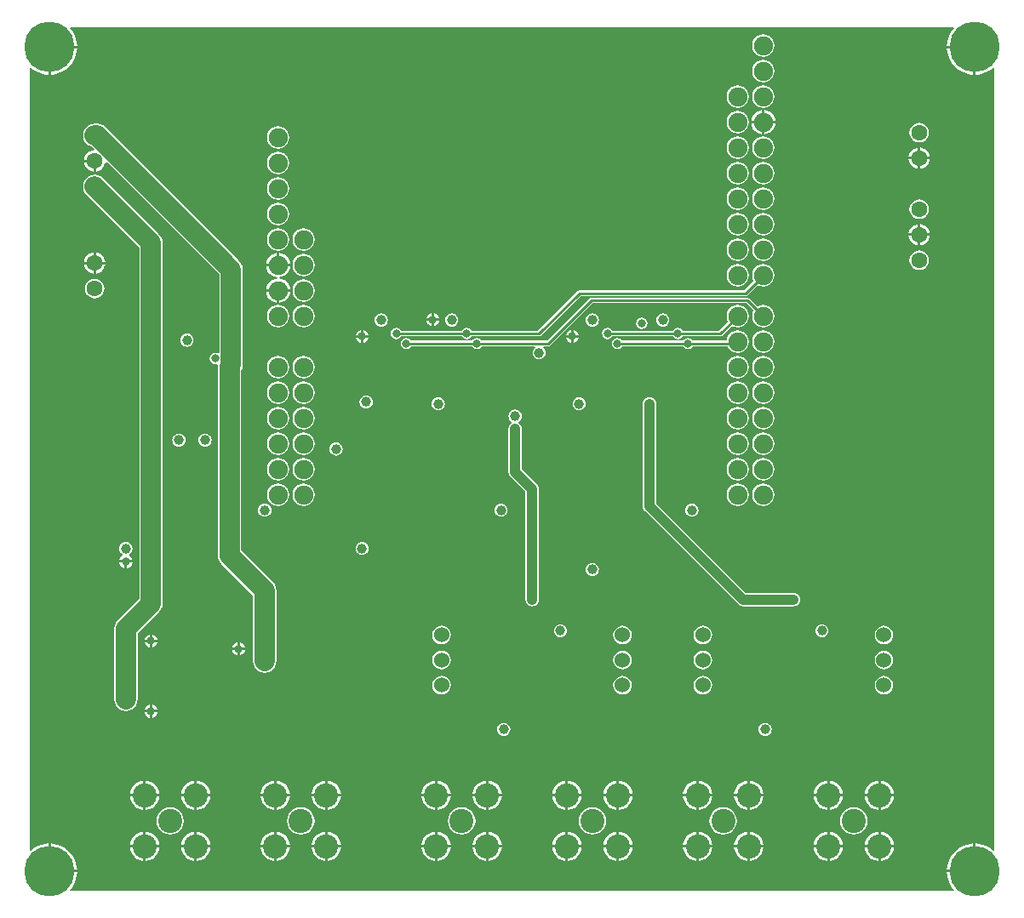
<source format=gbl>
G04*
G04 #@! TF.GenerationSoftware,Altium Limited,Altium Designer,19.1.5 (86)*
G04*
G04 Layer_Physical_Order=4*
G04 Layer_Color=16711680*
%FSLAX25Y25*%
%MOIN*%
G70*
G01*
G75*
%ADD10C,0.00984*%
%ADD41C,0.07874*%
%ADD42C,0.03937*%
%ADD44C,0.06000*%
%ADD45C,0.09449*%
%ADD46C,0.06299*%
%ADD47C,0.07500*%
%ADD48C,0.19685*%
%ADD49C,0.03150*%
%ADD50C,0.03937*%
G36*
X369992Y345957D02*
X369154Y344975D01*
X368262Y343520D01*
X367609Y341944D01*
X367211Y340284D01*
X367116Y339083D01*
X377953D01*
Y338583D01*
X378453D01*
Y327746D01*
X379654Y327840D01*
X381314Y328239D01*
X382890Y328892D01*
X384346Y329784D01*
X385327Y330622D01*
X385827Y330391D01*
X385827Y23939D01*
X385327Y23709D01*
X384346Y24547D01*
X382890Y25439D01*
X381314Y26092D01*
X379654Y26490D01*
X378453Y26585D01*
Y15748D01*
X377953D01*
Y15248D01*
X367116D01*
X367211Y14047D01*
X367609Y12387D01*
X368262Y10810D01*
X369154Y9355D01*
X369992Y8374D01*
X369761Y7874D01*
X23939Y7874D01*
X23709Y8374D01*
X24547Y9355D01*
X25439Y10810D01*
X26092Y12387D01*
X26490Y14047D01*
X26585Y15248D01*
X15748D01*
Y15748D01*
X15248D01*
Y26585D01*
X14047Y26490D01*
X12387Y26092D01*
X10810Y25439D01*
X9355Y24547D01*
X8374Y23709D01*
X7874Y23939D01*
X7874Y330391D01*
X8374Y330622D01*
X9355Y329784D01*
X10810Y328892D01*
X12387Y328239D01*
X14047Y327840D01*
X15248Y327746D01*
Y338583D01*
X15748D01*
Y339083D01*
X26585D01*
X26490Y340284D01*
X26092Y341944D01*
X25439Y343520D01*
X24547Y344975D01*
X23709Y345957D01*
X23939Y346457D01*
X369761Y346457D01*
X369992Y345957D01*
D02*
G37*
%LPC*%
G36*
X295276Y343544D02*
X294138Y343394D01*
X293079Y342955D01*
X292169Y342257D01*
X291470Y341347D01*
X291031Y340287D01*
X290882Y339150D01*
X291031Y338012D01*
X291470Y336953D01*
X292169Y336043D01*
X293079Y335344D01*
X294138Y334905D01*
X295276Y334756D01*
X296413Y334905D01*
X297473Y335344D01*
X298382Y336043D01*
X299081Y336953D01*
X299520Y338012D01*
X299670Y339150D01*
X299520Y340287D01*
X299081Y341347D01*
X298382Y342257D01*
X297473Y342955D01*
X296413Y343394D01*
X295276Y343544D01*
D02*
G37*
G36*
X377453Y338083D02*
X367116D01*
X367211Y336881D01*
X367609Y335222D01*
X368262Y333645D01*
X369154Y332190D01*
X370262Y330892D01*
X371560Y329784D01*
X373015Y328892D01*
X374592Y328239D01*
X376251Y327840D01*
X377453Y327746D01*
Y338083D01*
D02*
G37*
G36*
X26585D02*
X16248D01*
Y327746D01*
X17449Y327840D01*
X19109Y328239D01*
X20686Y328892D01*
X22141Y329784D01*
X23439Y330892D01*
X24547Y332190D01*
X25439Y333645D01*
X26092Y335222D01*
X26490Y336881D01*
X26585Y338083D01*
D02*
G37*
G36*
X295276Y333543D02*
X294138Y333394D01*
X293079Y332955D01*
X292169Y332257D01*
X291470Y331347D01*
X291031Y330287D01*
X290882Y329150D01*
X291031Y328012D01*
X291470Y326953D01*
X292169Y326043D01*
X293079Y325344D01*
X294138Y324905D01*
X295276Y324756D01*
X296413Y324905D01*
X297473Y325344D01*
X298382Y326043D01*
X299081Y326953D01*
X299520Y328012D01*
X299670Y329150D01*
X299520Y330287D01*
X299081Y331347D01*
X298382Y332257D01*
X297473Y332955D01*
X296413Y333394D01*
X295276Y333543D01*
D02*
G37*
G36*
Y323544D02*
X294138Y323394D01*
X293079Y322955D01*
X292169Y322257D01*
X291470Y321346D01*
X291031Y320287D01*
X290882Y319150D01*
X291031Y318012D01*
X291470Y316953D01*
X292169Y316043D01*
X293079Y315344D01*
X294138Y314905D01*
X295276Y314756D01*
X296413Y314905D01*
X297473Y315344D01*
X298382Y316043D01*
X299081Y316953D01*
X299520Y318012D01*
X299670Y319150D01*
X299520Y320287D01*
X299081Y321346D01*
X298382Y322257D01*
X297473Y322955D01*
X296413Y323394D01*
X295276Y323544D01*
D02*
G37*
G36*
X285276D02*
X284138Y323394D01*
X283079Y322955D01*
X282169Y322257D01*
X281470Y321346D01*
X281031Y320287D01*
X280882Y319150D01*
X281031Y318012D01*
X281470Y316953D01*
X282169Y316043D01*
X283079Y315344D01*
X284138Y314905D01*
X285276Y314756D01*
X286413Y314905D01*
X287473Y315344D01*
X288383Y316043D01*
X289081Y316953D01*
X289520Y318012D01*
X289669Y319150D01*
X289520Y320287D01*
X289081Y321346D01*
X288383Y322257D01*
X287473Y322955D01*
X286413Y323394D01*
X285276Y323544D01*
D02*
G37*
G36*
X295776Y313875D02*
Y309650D01*
X300001D01*
X299903Y310390D01*
X299425Y311545D01*
X298663Y312537D01*
X297671Y313299D01*
X296516Y313777D01*
X295776Y313875D01*
D02*
G37*
G36*
X294776Y313875D02*
X294036Y313777D01*
X292880Y313299D01*
X291888Y312537D01*
X291126Y311545D01*
X290648Y310390D01*
X290550Y309650D01*
X294776D01*
Y313875D01*
D02*
G37*
G36*
X285276Y313544D02*
X284138Y313394D01*
X283079Y312955D01*
X282169Y312257D01*
X281470Y311347D01*
X281031Y310287D01*
X280882Y309150D01*
X281031Y308012D01*
X281470Y306953D01*
X282169Y306043D01*
X283079Y305344D01*
X284138Y304905D01*
X285276Y304756D01*
X286413Y304905D01*
X287473Y305344D01*
X288383Y306043D01*
X289081Y306953D01*
X289520Y308012D01*
X289669Y309150D01*
X289520Y310287D01*
X289081Y311347D01*
X288383Y312257D01*
X287473Y312955D01*
X286413Y313394D01*
X285276Y313544D01*
D02*
G37*
G36*
X300001Y308650D02*
X295776D01*
Y304424D01*
X296516Y304522D01*
X297671Y305000D01*
X298663Y305762D01*
X299425Y306754D01*
X299903Y307910D01*
X300001Y308650D01*
D02*
G37*
G36*
X294776D02*
X290550D01*
X290648Y307910D01*
X291126Y306754D01*
X291888Y305762D01*
X292880Y305000D01*
X294036Y304522D01*
X294776Y304424D01*
Y308650D01*
D02*
G37*
G36*
X356299Y308906D02*
X355319Y308777D01*
X354405Y308399D01*
X353621Y307797D01*
X353018Y307012D01*
X352640Y306099D01*
X352511Y305118D01*
X352640Y304138D01*
X353018Y303224D01*
X353621Y302439D01*
X354405Y301837D01*
X355319Y301459D01*
X356299Y301330D01*
X357280Y301459D01*
X358193Y301837D01*
X358978Y302439D01*
X359580Y303224D01*
X359958Y304138D01*
X360087Y305118D01*
X359958Y306099D01*
X359580Y307012D01*
X358978Y307797D01*
X358193Y308399D01*
X357280Y308777D01*
X356299Y308906D01*
D02*
G37*
G36*
X105276Y307543D02*
X104138Y307394D01*
X103079Y306955D01*
X102169Y306257D01*
X101470Y305346D01*
X101031Y304287D01*
X100882Y303150D01*
X101031Y302012D01*
X101470Y300953D01*
X102169Y300043D01*
X103079Y299344D01*
X104138Y298905D01*
X105276Y298756D01*
X106413Y298905D01*
X107473Y299344D01*
X108382Y300043D01*
X109081Y300953D01*
X109520Y302012D01*
X109669Y303150D01*
X109520Y304287D01*
X109081Y305346D01*
X108382Y306257D01*
X107473Y306955D01*
X106413Y307394D01*
X105276Y307543D01*
D02*
G37*
G36*
X356799Y299238D02*
Y295618D01*
X360419D01*
X360342Y296201D01*
X359924Y297211D01*
X359259Y298078D01*
X358392Y298743D01*
X357382Y299161D01*
X356799Y299238D01*
D02*
G37*
G36*
X355799Y299238D02*
X355216Y299161D01*
X354206Y298743D01*
X353340Y298078D01*
X352675Y297211D01*
X352256Y296201D01*
X352180Y295618D01*
X355799D01*
Y299238D01*
D02*
G37*
G36*
X356299Y295118D02*
D01*
D01*
D01*
D02*
G37*
G36*
X295276Y303543D02*
X294138Y303394D01*
X293079Y302955D01*
X292169Y302257D01*
X291470Y301346D01*
X291031Y300287D01*
X290882Y299150D01*
X291031Y298012D01*
X291470Y296953D01*
X292169Y296043D01*
X293079Y295344D01*
X294138Y294905D01*
X295276Y294756D01*
X296413Y294905D01*
X297473Y295344D01*
X298382Y296043D01*
X299081Y296953D01*
X299520Y298012D01*
X299670Y299150D01*
X299520Y300287D01*
X299081Y301346D01*
X298382Y302257D01*
X297473Y302955D01*
X296413Y303394D01*
X295276Y303543D01*
D02*
G37*
G36*
X285276D02*
X284138Y303394D01*
X283079Y302955D01*
X282169Y302257D01*
X281470Y301346D01*
X281031Y300287D01*
X280882Y299150D01*
X281031Y298012D01*
X281470Y296953D01*
X282169Y296043D01*
X283079Y295344D01*
X284138Y294905D01*
X285276Y294756D01*
X286413Y294905D01*
X287473Y295344D01*
X288383Y296043D01*
X289081Y296953D01*
X289520Y298012D01*
X289669Y299150D01*
X289520Y300287D01*
X289081Y301346D01*
X288383Y302257D01*
X287473Y302955D01*
X286413Y303394D01*
X285276Y303543D01*
D02*
G37*
G36*
X355799Y294618D02*
X352180D01*
X352256Y294035D01*
X352675Y293025D01*
X353340Y292159D01*
X354206Y291493D01*
X355216Y291075D01*
X355799Y290999D01*
Y294618D01*
D02*
G37*
G36*
X360419D02*
X356799D01*
Y290999D01*
X357382Y291075D01*
X358392Y291493D01*
X359259Y292159D01*
X359924Y293025D01*
X360342Y294035D01*
X360419Y294618D01*
D02*
G37*
G36*
X32965Y293437D02*
X29345D01*
X29422Y292854D01*
X29840Y291844D01*
X30505Y290978D01*
X31372Y290312D01*
X32381Y289894D01*
X32965Y289817D01*
Y293437D01*
D02*
G37*
G36*
X105276Y297544D02*
X104138Y297394D01*
X103079Y296955D01*
X102169Y296257D01*
X101470Y295346D01*
X101031Y294287D01*
X100882Y293150D01*
X101031Y292012D01*
X101470Y290953D01*
X102169Y290043D01*
X103079Y289344D01*
X104138Y288905D01*
X105276Y288756D01*
X106413Y288905D01*
X107473Y289344D01*
X108382Y290043D01*
X109081Y290953D01*
X109520Y292012D01*
X109669Y293150D01*
X109520Y294287D01*
X109081Y295346D01*
X108382Y296257D01*
X107473Y296955D01*
X106413Y297394D01*
X105276Y297544D01*
D02*
G37*
G36*
X295276Y293544D02*
X294138Y293394D01*
X293079Y292955D01*
X292169Y292257D01*
X291470Y291347D01*
X291031Y290287D01*
X290882Y289150D01*
X291031Y288012D01*
X291470Y286953D01*
X292169Y286043D01*
X293079Y285344D01*
X294138Y284905D01*
X295276Y284756D01*
X296413Y284905D01*
X297473Y285344D01*
X298382Y286043D01*
X299081Y286953D01*
X299520Y288012D01*
X299670Y289150D01*
X299520Y290287D01*
X299081Y291347D01*
X298382Y292257D01*
X297473Y292955D01*
X296413Y293394D01*
X295276Y293544D01*
D02*
G37*
G36*
X285276D02*
X284138Y293394D01*
X283079Y292955D01*
X282169Y292257D01*
X281470Y291347D01*
X281031Y290287D01*
X280882Y289150D01*
X281031Y288012D01*
X281470Y286953D01*
X282169Y286043D01*
X283079Y285344D01*
X284138Y284905D01*
X285276Y284756D01*
X286413Y284905D01*
X287473Y285344D01*
X288383Y286043D01*
X289081Y286953D01*
X289520Y288012D01*
X289669Y289150D01*
X289520Y290287D01*
X289081Y291347D01*
X288383Y292257D01*
X287473Y292955D01*
X286413Y293394D01*
X285276Y293544D01*
D02*
G37*
G36*
X105276Y287544D02*
X104138Y287394D01*
X103079Y286955D01*
X102169Y286257D01*
X101470Y285347D01*
X101031Y284287D01*
X100882Y283150D01*
X101031Y282012D01*
X101470Y280953D01*
X102169Y280043D01*
X103079Y279344D01*
X104138Y278905D01*
X105276Y278756D01*
X106413Y278905D01*
X107473Y279344D01*
X108382Y280043D01*
X109081Y280953D01*
X109520Y282012D01*
X109669Y283150D01*
X109520Y284287D01*
X109081Y285347D01*
X108382Y286257D01*
X107473Y286955D01*
X106413Y287394D01*
X105276Y287544D01*
D02*
G37*
G36*
X295276Y283543D02*
X294138Y283394D01*
X293079Y282955D01*
X292169Y282257D01*
X291470Y281347D01*
X291031Y280287D01*
X290882Y279150D01*
X291031Y278012D01*
X291470Y276953D01*
X292169Y276043D01*
X293079Y275344D01*
X294138Y274905D01*
X295276Y274756D01*
X296413Y274905D01*
X297473Y275344D01*
X298382Y276043D01*
X299081Y276953D01*
X299520Y278012D01*
X299670Y279150D01*
X299520Y280287D01*
X299081Y281347D01*
X298382Y282257D01*
X297473Y282955D01*
X296413Y283394D01*
X295276Y283543D01*
D02*
G37*
G36*
X285276D02*
X284138Y283394D01*
X283079Y282955D01*
X282169Y282257D01*
X281470Y281347D01*
X281031Y280287D01*
X280882Y279150D01*
X281031Y278012D01*
X281470Y276953D01*
X282169Y276043D01*
X283079Y275344D01*
X284138Y274905D01*
X285276Y274756D01*
X286413Y274905D01*
X287473Y275344D01*
X288383Y276043D01*
X289081Y276953D01*
X289520Y278012D01*
X289669Y279150D01*
X289520Y280287D01*
X289081Y281347D01*
X288383Y282257D01*
X287473Y282955D01*
X286413Y283394D01*
X285276Y283543D01*
D02*
G37*
G36*
X356299Y278906D02*
X355319Y278777D01*
X354405Y278399D01*
X353621Y277797D01*
X353018Y277012D01*
X352640Y276099D01*
X352511Y275118D01*
X352640Y274138D01*
X353018Y273224D01*
X353621Y272439D01*
X354405Y271837D01*
X355319Y271459D01*
X356299Y271330D01*
X357280Y271459D01*
X358193Y271837D01*
X358978Y272439D01*
X359580Y273224D01*
X359958Y274138D01*
X360087Y275118D01*
X359958Y276099D01*
X359580Y277012D01*
X358978Y277797D01*
X358193Y278399D01*
X357280Y278777D01*
X356299Y278906D01*
D02*
G37*
G36*
X105276Y277543D02*
X104138Y277394D01*
X103079Y276955D01*
X102169Y276257D01*
X101470Y275346D01*
X101031Y274287D01*
X100882Y273150D01*
X101031Y272012D01*
X101470Y270953D01*
X102169Y270043D01*
X103079Y269344D01*
X104138Y268905D01*
X105276Y268756D01*
X106413Y268905D01*
X107473Y269344D01*
X108382Y270043D01*
X109081Y270953D01*
X109520Y272012D01*
X109669Y273150D01*
X109520Y274287D01*
X109081Y275346D01*
X108382Y276257D01*
X107473Y276955D01*
X106413Y277394D01*
X105276Y277543D01*
D02*
G37*
G36*
X356799Y269238D02*
Y265618D01*
X360419D01*
X360342Y266201D01*
X359924Y267211D01*
X359259Y268078D01*
X358392Y268743D01*
X357382Y269161D01*
X356799Y269238D01*
D02*
G37*
G36*
X355799Y269238D02*
X355216Y269161D01*
X354206Y268743D01*
X353340Y268078D01*
X352675Y267211D01*
X352256Y266201D01*
X352180Y265618D01*
X355799D01*
Y269238D01*
D02*
G37*
G36*
X295276Y273544D02*
X294138Y273394D01*
X293079Y272955D01*
X292169Y272257D01*
X291470Y271346D01*
X291031Y270287D01*
X290882Y269150D01*
X291031Y268012D01*
X291470Y266953D01*
X292169Y266043D01*
X293079Y265344D01*
X294138Y264905D01*
X295276Y264756D01*
X296413Y264905D01*
X297473Y265344D01*
X298382Y266043D01*
X299081Y266953D01*
X299520Y268012D01*
X299670Y269150D01*
X299520Y270287D01*
X299081Y271346D01*
X298382Y272257D01*
X297473Y272955D01*
X296413Y273394D01*
X295276Y273544D01*
D02*
G37*
G36*
X285276D02*
X284138Y273394D01*
X283079Y272955D01*
X282169Y272257D01*
X281470Y271346D01*
X281031Y270287D01*
X280882Y269150D01*
X281031Y268012D01*
X281470Y266953D01*
X282169Y266043D01*
X283079Y265344D01*
X284138Y264905D01*
X285276Y264756D01*
X286413Y264905D01*
X287473Y265344D01*
X288383Y266043D01*
X289081Y266953D01*
X289520Y268012D01*
X289669Y269150D01*
X289520Y270287D01*
X289081Y271346D01*
X288383Y272257D01*
X287473Y272955D01*
X286413Y273394D01*
X285276Y273544D01*
D02*
G37*
G36*
X355799Y264618D02*
X352180D01*
X352256Y264035D01*
X352675Y263025D01*
X353340Y262159D01*
X354206Y261493D01*
X355216Y261075D01*
X355799Y260999D01*
Y264618D01*
D02*
G37*
G36*
X360419D02*
X356799D01*
Y260999D01*
X357382Y261075D01*
X358392Y261493D01*
X359259Y262159D01*
X359924Y263025D01*
X360342Y264035D01*
X360419Y264618D01*
D02*
G37*
G36*
X115276Y267544D02*
X114138Y267394D01*
X113079Y266955D01*
X112169Y266257D01*
X111470Y265347D01*
X111031Y264287D01*
X110882Y263150D01*
X111031Y262012D01*
X111470Y260953D01*
X112169Y260043D01*
X113079Y259344D01*
X114138Y258905D01*
X115276Y258756D01*
X116413Y258905D01*
X117473Y259344D01*
X118383Y260043D01*
X119081Y260953D01*
X119520Y262012D01*
X119669Y263150D01*
X119520Y264287D01*
X119081Y265347D01*
X118383Y266257D01*
X117473Y266955D01*
X116413Y267394D01*
X115276Y267544D01*
D02*
G37*
G36*
X105276D02*
X104138Y267394D01*
X103079Y266955D01*
X102169Y266257D01*
X101470Y265347D01*
X101031Y264287D01*
X100882Y263150D01*
X101031Y262012D01*
X101470Y260953D01*
X102169Y260043D01*
X103079Y259344D01*
X104138Y258905D01*
X105276Y258756D01*
X106413Y258905D01*
X107473Y259344D01*
X108382Y260043D01*
X109081Y260953D01*
X109520Y262012D01*
X109669Y263150D01*
X109520Y264287D01*
X109081Y265347D01*
X108382Y266257D01*
X107473Y266955D01*
X106413Y267394D01*
X105276Y267544D01*
D02*
G37*
G36*
X295276Y263544D02*
X294138Y263394D01*
X293079Y262955D01*
X292169Y262257D01*
X291470Y261347D01*
X291031Y260287D01*
X290882Y259150D01*
X291031Y258012D01*
X291470Y256953D01*
X292169Y256043D01*
X293079Y255344D01*
X294138Y254905D01*
X295276Y254756D01*
X296413Y254905D01*
X297473Y255344D01*
X298382Y256043D01*
X299081Y256953D01*
X299520Y258012D01*
X299670Y259150D01*
X299520Y260287D01*
X299081Y261347D01*
X298382Y262257D01*
X297473Y262955D01*
X296413Y263394D01*
X295276Y263544D01*
D02*
G37*
G36*
X285276D02*
X284138Y263394D01*
X283079Y262955D01*
X282169Y262257D01*
X281470Y261347D01*
X281031Y260287D01*
X280882Y259150D01*
X281031Y258012D01*
X281470Y256953D01*
X282169Y256043D01*
X283079Y255344D01*
X284138Y254905D01*
X285276Y254756D01*
X286413Y254905D01*
X287473Y255344D01*
X288383Y256043D01*
X289081Y256953D01*
X289520Y258012D01*
X289669Y259150D01*
X289520Y260287D01*
X289081Y261347D01*
X288383Y262257D01*
X287473Y262955D01*
X286413Y263394D01*
X285276Y263544D01*
D02*
G37*
G36*
X33965Y258057D02*
Y254437D01*
X37584D01*
X37507Y255020D01*
X37089Y256030D01*
X36424Y256896D01*
X35557Y257562D01*
X34548Y257980D01*
X33965Y258057D01*
D02*
G37*
G36*
X32965D02*
X32381Y257980D01*
X31372Y257562D01*
X30505Y256896D01*
X29840Y256030D01*
X29422Y255020D01*
X29345Y254437D01*
X32965D01*
Y258057D01*
D02*
G37*
G36*
X105776Y257875D02*
Y253650D01*
X110001D01*
X109903Y254390D01*
X109425Y255545D01*
X108663Y256537D01*
X107671Y257299D01*
X106516Y257777D01*
X105776Y257875D01*
D02*
G37*
G36*
X104776D02*
X104036Y257777D01*
X102880Y257299D01*
X101888Y256537D01*
X101127Y255545D01*
X100648Y254390D01*
X100550Y253650D01*
X104776D01*
Y257875D01*
D02*
G37*
G36*
X356299Y258906D02*
X355319Y258777D01*
X354405Y258399D01*
X353621Y257797D01*
X353018Y257012D01*
X352640Y256099D01*
X352511Y255118D01*
X352640Y254138D01*
X353018Y253224D01*
X353621Y252439D01*
X354405Y251837D01*
X355319Y251459D01*
X356299Y251330D01*
X357280Y251459D01*
X358193Y251837D01*
X358978Y252439D01*
X359580Y253224D01*
X359958Y254138D01*
X360087Y255118D01*
X359958Y256099D01*
X359580Y257012D01*
X358978Y257797D01*
X358193Y258399D01*
X357280Y258777D01*
X356299Y258906D01*
D02*
G37*
G36*
X37584Y253437D02*
X33965D01*
Y249817D01*
X34548Y249894D01*
X35557Y250312D01*
X36424Y250977D01*
X37089Y251844D01*
X37507Y252854D01*
X37584Y253437D01*
D02*
G37*
G36*
X32965D02*
X29345D01*
X29422Y252854D01*
X29840Y251844D01*
X30505Y250977D01*
X31372Y250312D01*
X32381Y249894D01*
X32965Y249817D01*
Y253437D01*
D02*
G37*
G36*
X115276Y257543D02*
X114138Y257394D01*
X113079Y256955D01*
X112169Y256257D01*
X111470Y255346D01*
X111031Y254287D01*
X110882Y253150D01*
X111031Y252012D01*
X111470Y250953D01*
X112169Y250043D01*
X113079Y249344D01*
X114138Y248905D01*
X115276Y248756D01*
X116413Y248905D01*
X117473Y249344D01*
X118383Y250043D01*
X119081Y250953D01*
X119520Y252012D01*
X119669Y253150D01*
X119520Y254287D01*
X119081Y255346D01*
X118383Y256257D01*
X117473Y256955D01*
X116413Y257394D01*
X115276Y257543D01*
D02*
G37*
G36*
X295276Y253543D02*
X294138Y253394D01*
X293079Y252955D01*
X292169Y252257D01*
X291470Y251346D01*
X291031Y250287D01*
X290882Y249150D01*
X291031Y248012D01*
X291470Y246953D01*
X291481Y246939D01*
X287788Y243246D01*
X223228D01*
X223228Y243246D01*
X222800Y243161D01*
X222436Y242918D01*
X207016Y227498D01*
X181009D01*
X180706Y227950D01*
X179985Y228432D01*
X179134Y228602D01*
X178283Y228432D01*
X177561Y227950D01*
X177259Y227498D01*
X153450D01*
X153147Y227950D01*
X152426Y228432D01*
X151575Y228602D01*
X150724Y228432D01*
X150002Y227950D01*
X149520Y227229D01*
X149351Y226378D01*
X149520Y225527D01*
X150002Y224805D01*
X150724Y224323D01*
X151575Y224154D01*
X152426Y224323D01*
X153147Y224805D01*
X153450Y225258D01*
X177259D01*
X177561Y224805D01*
X178283Y224323D01*
X179134Y224154D01*
X179985Y224323D01*
X180706Y224805D01*
X181009Y225258D01*
X207480D01*
X207909Y225343D01*
X208272Y225586D01*
X223692Y241006D01*
X288252D01*
X288681Y241091D01*
X289044Y241334D01*
X293065Y245355D01*
X293079Y245344D01*
X294138Y244905D01*
X295276Y244756D01*
X296413Y244905D01*
X297473Y245344D01*
X298382Y246043D01*
X299081Y246953D01*
X299520Y248012D01*
X299670Y249150D01*
X299520Y250287D01*
X299081Y251346D01*
X298382Y252257D01*
X297473Y252955D01*
X296413Y253394D01*
X295276Y253543D01*
D02*
G37*
G36*
X285276D02*
X284138Y253394D01*
X283079Y252955D01*
X282169Y252257D01*
X281470Y251346D01*
X281031Y250287D01*
X280882Y249150D01*
X281031Y248012D01*
X281470Y246953D01*
X282169Y246043D01*
X283079Y245344D01*
X284138Y244905D01*
X285276Y244756D01*
X286413Y244905D01*
X287473Y245344D01*
X288383Y246043D01*
X289081Y246953D01*
X289520Y248012D01*
X289669Y249150D01*
X289520Y250287D01*
X289081Y251346D01*
X288383Y252257D01*
X287473Y252955D01*
X286413Y253394D01*
X285276Y253543D01*
D02*
G37*
G36*
X110001Y252650D02*
X105276D01*
X100550D01*
X100648Y251910D01*
X101127Y250754D01*
X101888Y249762D01*
X102880Y249001D01*
X104036Y248522D01*
X104948Y248402D01*
Y247897D01*
X104036Y247777D01*
X102880Y247299D01*
X101888Y246537D01*
X101127Y245545D01*
X100648Y244390D01*
X100550Y243650D01*
X105276D01*
X110001D01*
X109903Y244390D01*
X109425Y245545D01*
X108663Y246537D01*
X107671Y247299D01*
X106516Y247777D01*
X105603Y247897D01*
Y248402D01*
X106516Y248522D01*
X107671Y249001D01*
X108663Y249762D01*
X109425Y250754D01*
X109903Y251910D01*
X110001Y252650D01*
D02*
G37*
G36*
X33465Y247725D02*
X32484Y247596D01*
X31570Y247218D01*
X30786Y246616D01*
X30184Y245831D01*
X29805Y244917D01*
X29676Y243937D01*
X29805Y242956D01*
X30184Y242043D01*
X30786Y241258D01*
X31570Y240656D01*
X32484Y240278D01*
X33465Y240149D01*
X34445Y240278D01*
X35359Y240656D01*
X36143Y241258D01*
X36745Y242043D01*
X37124Y242956D01*
X37253Y243937D01*
X37124Y244917D01*
X36745Y245831D01*
X36143Y246616D01*
X35359Y247218D01*
X34445Y247596D01*
X33465Y247725D01*
D02*
G37*
G36*
X115276Y247544D02*
X114138Y247394D01*
X113079Y246955D01*
X112169Y246257D01*
X111470Y245346D01*
X111031Y244287D01*
X110882Y243150D01*
X111031Y242012D01*
X111470Y240953D01*
X112169Y240043D01*
X113079Y239344D01*
X114138Y238905D01*
X115276Y238756D01*
X116413Y238905D01*
X117473Y239344D01*
X118383Y240043D01*
X119081Y240953D01*
X119520Y242012D01*
X119669Y243150D01*
X119520Y244287D01*
X119081Y245346D01*
X118383Y246257D01*
X117473Y246955D01*
X116413Y247394D01*
X115276Y247544D01*
D02*
G37*
G36*
X110001Y242650D02*
X105776D01*
Y238424D01*
X106516Y238522D01*
X107671Y239001D01*
X108663Y239762D01*
X109425Y240754D01*
X109903Y241910D01*
X110001Y242650D01*
D02*
G37*
G36*
X104776D02*
X100550D01*
X100648Y241910D01*
X101127Y240754D01*
X101888Y239762D01*
X102880Y239001D01*
X104036Y238522D01*
X104776Y238424D01*
Y242650D01*
D02*
G37*
G36*
X166354Y234315D02*
Y232283D01*
X168386D01*
X168363Y232456D01*
X168103Y233082D01*
X167691Y233620D01*
X167153Y234033D01*
X166526Y234292D01*
X166354Y234315D01*
D02*
G37*
G36*
X165354D02*
X165182Y234292D01*
X164556Y234033D01*
X164018Y233620D01*
X163605Y233082D01*
X163346Y232456D01*
X163323Y232283D01*
X165354D01*
Y234315D01*
D02*
G37*
G36*
X168386Y231283D02*
X166354D01*
Y229252D01*
X166526Y229275D01*
X167153Y229534D01*
X167691Y229947D01*
X168103Y230485D01*
X168363Y231111D01*
X168386Y231283D01*
D02*
G37*
G36*
X165354D02*
X163323D01*
X163346Y231111D01*
X163605Y230485D01*
X164018Y229947D01*
X164556Y229534D01*
X165182Y229275D01*
X165354Y229252D01*
Y231283D01*
D02*
G37*
G36*
X255906Y234211D02*
X255233Y234123D01*
X254607Y233863D01*
X254069Y233451D01*
X253656Y232913D01*
X253397Y232286D01*
X253309Y231614D01*
X253397Y230942D01*
X253656Y230316D01*
X254069Y229778D01*
X254607Y229365D01*
X255233Y229106D01*
X255906Y229017D01*
X256578Y229106D01*
X257204Y229365D01*
X257742Y229778D01*
X258155Y230316D01*
X258414Y230942D01*
X258503Y231614D01*
X258414Y232286D01*
X258155Y232913D01*
X257742Y233451D01*
X257204Y233863D01*
X256578Y234123D01*
X255906Y234211D01*
D02*
G37*
G36*
X228346D02*
X227674Y234123D01*
X227048Y233863D01*
X226510Y233451D01*
X226097Y232913D01*
X225838Y232286D01*
X225749Y231614D01*
X225838Y230942D01*
X226097Y230316D01*
X226510Y229778D01*
X227048Y229365D01*
X227674Y229106D01*
X228346Y229017D01*
X229019Y229106D01*
X229645Y229365D01*
X230183Y229778D01*
X230596Y230316D01*
X230855Y230942D01*
X230943Y231614D01*
X230855Y232286D01*
X230596Y232913D01*
X230183Y233451D01*
X229645Y233863D01*
X229019Y234123D01*
X228346Y234211D01*
D02*
G37*
G36*
X173228D02*
X172556Y234123D01*
X171930Y233863D01*
X171392Y233451D01*
X170979Y232913D01*
X170720Y232286D01*
X170631Y231614D01*
X170720Y230942D01*
X170979Y230316D01*
X171392Y229778D01*
X171930Y229365D01*
X172556Y229106D01*
X173228Y229017D01*
X173900Y229106D01*
X174527Y229365D01*
X175065Y229778D01*
X175477Y230316D01*
X175737Y230942D01*
X175825Y231614D01*
X175737Y232286D01*
X175477Y232913D01*
X175065Y233451D01*
X174527Y233863D01*
X173900Y234123D01*
X173228Y234211D01*
D02*
G37*
G36*
X145669D02*
X144997Y234123D01*
X144371Y233863D01*
X143833Y233451D01*
X143420Y232913D01*
X143161Y232286D01*
X143072Y231614D01*
X143161Y230942D01*
X143420Y230316D01*
X143833Y229778D01*
X144371Y229365D01*
X144997Y229106D01*
X145669Y229017D01*
X146342Y229106D01*
X146968Y229365D01*
X147506Y229778D01*
X147918Y230316D01*
X148178Y230942D01*
X148266Y231614D01*
X148178Y232286D01*
X147918Y232913D01*
X147506Y233451D01*
X146968Y233863D01*
X146342Y234123D01*
X145669Y234211D01*
D02*
G37*
G36*
X289055Y240490D02*
X227953D01*
X227524Y240405D01*
X227161Y240162D01*
X210560Y223561D01*
X184946D01*
X184643Y224013D01*
X183922Y224496D01*
X183071Y224665D01*
X182220Y224496D01*
X181498Y224013D01*
X181196Y223561D01*
X157387D01*
X157084Y224013D01*
X156363Y224496D01*
X155512Y224665D01*
X154661Y224496D01*
X153939Y224013D01*
X153457Y223292D01*
X153288Y222441D01*
X153457Y221590D01*
X153939Y220868D01*
X154661Y220386D01*
X155512Y220217D01*
X156363Y220386D01*
X157084Y220868D01*
X157387Y221321D01*
X181196D01*
X181498Y220868D01*
X182220Y220386D01*
X183071Y220217D01*
X183922Y220386D01*
X184643Y220868D01*
X184946Y221321D01*
X205690D01*
X205860Y220821D01*
X205644Y220655D01*
X205231Y220117D01*
X204972Y219491D01*
X204883Y218819D01*
X204972Y218147D01*
X205231Y217520D01*
X205644Y216983D01*
X206182Y216570D01*
X206808Y216310D01*
X207480Y216222D01*
X208153Y216310D01*
X208779Y216570D01*
X209317Y216983D01*
X209729Y217520D01*
X209989Y218147D01*
X210077Y218819D01*
X209989Y219491D01*
X209729Y220117D01*
X209317Y220655D01*
X209101Y220821D01*
X209270Y221321D01*
X211024D01*
X211452Y221406D01*
X211816Y221649D01*
X228417Y238250D01*
X288591D01*
X291481Y235360D01*
X291470Y235347D01*
X291031Y234287D01*
X290882Y233150D01*
X291031Y232012D01*
X291470Y230953D01*
X292169Y230043D01*
X293079Y229344D01*
X294138Y228905D01*
X295276Y228756D01*
X296413Y228905D01*
X297473Y229344D01*
X298382Y230043D01*
X299081Y230953D01*
X299520Y232012D01*
X299670Y233150D01*
X299520Y234287D01*
X299081Y235347D01*
X298382Y236257D01*
X297473Y236955D01*
X296413Y237394D01*
X295276Y237544D01*
X294138Y237394D01*
X293079Y236955D01*
X293065Y236944D01*
X289847Y240162D01*
X289484Y240405D01*
X289055Y240490D01*
D02*
G37*
G36*
X285276Y237544D02*
X284138Y237394D01*
X283079Y236955D01*
X282169Y236257D01*
X281470Y235347D01*
X281031Y234287D01*
X280882Y233150D01*
X281031Y232012D01*
X281470Y230953D01*
X281481Y230939D01*
X278040Y227498D01*
X263686D01*
X263384Y227950D01*
X262662Y228432D01*
X261811Y228602D01*
X260960Y228432D01*
X260239Y227950D01*
X259936Y227498D01*
X236127D01*
X235824Y227950D01*
X235103Y228432D01*
X234252Y228602D01*
X233401Y228432D01*
X232680Y227950D01*
X232197Y227229D01*
X232028Y226378D01*
X232197Y225527D01*
X232680Y224805D01*
X233401Y224323D01*
X234252Y224154D01*
X235103Y224323D01*
X235824Y224805D01*
X236127Y225258D01*
X259936D01*
X260239Y224805D01*
X260960Y224323D01*
X261811Y224154D01*
X262662Y224323D01*
X263384Y224805D01*
X263686Y225258D01*
X278504D01*
X278932Y225343D01*
X279296Y225586D01*
X283065Y229355D01*
X283079Y229344D01*
X284138Y228905D01*
X285276Y228756D01*
X286413Y228905D01*
X287473Y229344D01*
X288383Y230043D01*
X289081Y230953D01*
X289520Y232012D01*
X289669Y233150D01*
X289520Y234287D01*
X289081Y235347D01*
X288383Y236257D01*
X287473Y236955D01*
X286413Y237394D01*
X285276Y237544D01*
D02*
G37*
G36*
X115276D02*
X114138Y237394D01*
X113079Y236955D01*
X112169Y236257D01*
X111470Y235347D01*
X111031Y234287D01*
X110882Y233150D01*
X111031Y232012D01*
X111470Y230953D01*
X112169Y230043D01*
X113079Y229344D01*
X114138Y228905D01*
X115276Y228756D01*
X116413Y228905D01*
X117473Y229344D01*
X118383Y230043D01*
X119081Y230953D01*
X119520Y232012D01*
X119669Y233150D01*
X119520Y234287D01*
X119081Y235347D01*
X118383Y236257D01*
X117473Y236955D01*
X116413Y237394D01*
X115276Y237544D01*
D02*
G37*
G36*
X105276D02*
X104138Y237394D01*
X103079Y236955D01*
X102169Y236257D01*
X101470Y235347D01*
X101031Y234287D01*
X100882Y233150D01*
X101031Y232012D01*
X101470Y230953D01*
X102169Y230043D01*
X103079Y229344D01*
X104138Y228905D01*
X105276Y228756D01*
X106413Y228905D01*
X107473Y229344D01*
X108382Y230043D01*
X109081Y230953D01*
X109520Y232012D01*
X109669Y233150D01*
X109520Y234287D01*
X109081Y235347D01*
X108382Y236257D01*
X107473Y236955D01*
X106413Y237394D01*
X105276Y237544D01*
D02*
G37*
G36*
X247638Y232539D02*
X246787Y232369D01*
X246065Y231887D01*
X245583Y231166D01*
X245414Y230315D01*
X245583Y229464D01*
X246065Y228743D01*
X246787Y228260D01*
X247638Y228091D01*
X248489Y228260D01*
X249210Y228743D01*
X249692Y229464D01*
X249862Y230315D01*
X249692Y231166D01*
X249210Y231887D01*
X248489Y232369D01*
X247638Y232539D01*
D02*
G37*
G36*
X220972Y227728D02*
Y225697D01*
X223004D01*
X222981Y225869D01*
X222722Y226495D01*
X222309Y227033D01*
X221771Y227446D01*
X221145Y227705D01*
X220972Y227728D01*
D02*
G37*
G36*
X219972D02*
X219800Y227705D01*
X219174Y227446D01*
X218636Y227033D01*
X218223Y226495D01*
X217964Y225869D01*
X217941Y225697D01*
X219972D01*
Y227728D01*
D02*
G37*
G36*
X138689D02*
Y225697D01*
X140720D01*
X140698Y225869D01*
X140438Y226495D01*
X140025Y227033D01*
X139488Y227446D01*
X138861Y227705D01*
X138689Y227728D01*
D02*
G37*
G36*
X137689D02*
X137517Y227705D01*
X136890Y227446D01*
X136353Y227033D01*
X135940Y226495D01*
X135680Y225869D01*
X135658Y225697D01*
X137689D01*
Y227728D01*
D02*
G37*
G36*
X285276Y227543D02*
X284138Y227394D01*
X283079Y226955D01*
X282169Y226257D01*
X281470Y225346D01*
X281031Y224287D01*
X280936Y223561D01*
X267623D01*
X267320Y224013D01*
X266599Y224496D01*
X265748Y224665D01*
X264897Y224496D01*
X264176Y224013D01*
X263873Y223561D01*
X240064D01*
X239761Y224013D01*
X239040Y224496D01*
X238189Y224665D01*
X237338Y224496D01*
X236616Y224013D01*
X236134Y223292D01*
X235965Y222441D01*
X236134Y221590D01*
X236616Y220868D01*
X237338Y220386D01*
X238189Y220217D01*
X239040Y220386D01*
X239761Y220868D01*
X240064Y221321D01*
X263873D01*
X264176Y220868D01*
X264897Y220386D01*
X265748Y220217D01*
X266599Y220386D01*
X267320Y220868D01*
X267623Y221321D01*
X281318D01*
X281470Y220953D01*
X282169Y220043D01*
X283079Y219344D01*
X284138Y218905D01*
X285276Y218756D01*
X286413Y218905D01*
X287473Y219344D01*
X288383Y220043D01*
X289081Y220953D01*
X289520Y222012D01*
X289669Y223150D01*
X289520Y224287D01*
X289081Y225346D01*
X288383Y226257D01*
X287473Y226955D01*
X286413Y227394D01*
X285276Y227543D01*
D02*
G37*
G36*
X223004Y224697D02*
X220972D01*
Y222666D01*
X221145Y222688D01*
X221771Y222948D01*
X222309Y223360D01*
X222722Y223898D01*
X222981Y224525D01*
X223004Y224697D01*
D02*
G37*
G36*
X219972D02*
X217941D01*
X217964Y224525D01*
X218223Y223898D01*
X218636Y223360D01*
X219174Y222948D01*
X219800Y222688D01*
X219972Y222666D01*
Y224697D01*
D02*
G37*
G36*
X140720D02*
X138689D01*
Y222666D01*
X138861Y222688D01*
X139488Y222948D01*
X140025Y223360D01*
X140438Y223898D01*
X140698Y224525D01*
X140720Y224697D01*
D02*
G37*
G36*
X137689D02*
X135658D01*
X135680Y224525D01*
X135940Y223898D01*
X136353Y223360D01*
X136890Y222948D01*
X137517Y222688D01*
X137689Y222666D01*
Y224697D01*
D02*
G37*
G36*
X69587Y226318D02*
X68915Y226229D01*
X68288Y225970D01*
X67750Y225557D01*
X67338Y225019D01*
X67078Y224393D01*
X66990Y223721D01*
X67078Y223048D01*
X67338Y222422D01*
X67750Y221884D01*
X68288Y221471D01*
X68915Y221212D01*
X69587Y221123D01*
X70259Y221212D01*
X70885Y221471D01*
X71423Y221884D01*
X71836Y222422D01*
X72095Y223048D01*
X72184Y223721D01*
X72095Y224393D01*
X71836Y225019D01*
X71423Y225557D01*
X70885Y225970D01*
X70259Y226229D01*
X69587Y226318D01*
D02*
G37*
G36*
X295276Y227543D02*
X294138Y227394D01*
X293079Y226955D01*
X292169Y226257D01*
X291470Y225346D01*
X291031Y224287D01*
X290882Y223150D01*
X291031Y222012D01*
X291470Y220953D01*
X292169Y220043D01*
X293079Y219344D01*
X294138Y218905D01*
X295276Y218756D01*
X296413Y218905D01*
X297473Y219344D01*
X298382Y220043D01*
X299081Y220953D01*
X299520Y222012D01*
X299670Y223150D01*
X299520Y224287D01*
X299081Y225346D01*
X298382Y226257D01*
X297473Y226955D01*
X296413Y227394D01*
X295276Y227543D01*
D02*
G37*
G36*
X34344Y308520D02*
X33465D01*
X32278Y308363D01*
X31173Y307906D01*
X30224Y307177D01*
X29496Y306228D01*
X29038Y305123D01*
X28882Y303937D01*
X29038Y302751D01*
X29496Y301646D01*
X30224Y300697D01*
X31173Y299968D01*
X32278Y299511D01*
X32291Y299509D01*
X33207Y298593D01*
X33028Y298065D01*
X32381Y297980D01*
X31372Y297562D01*
X30505Y296897D01*
X29840Y296030D01*
X29422Y295020D01*
X29345Y294437D01*
X33465D01*
Y293937D01*
X33965D01*
Y289817D01*
X34548Y289894D01*
X35557Y290312D01*
X36424Y290978D01*
X37089Y291844D01*
X37507Y292854D01*
X37593Y293501D01*
X38120Y293680D01*
X82244Y249556D01*
Y218663D01*
X81803Y218427D01*
X81560Y218590D01*
X80709Y218759D01*
X79858Y218590D01*
X79136Y218108D01*
X78654Y217387D01*
X78485Y216535D01*
X78654Y215684D01*
X79136Y214963D01*
X79858Y214481D01*
X80709Y214312D01*
X81269Y214423D01*
X81722Y214034D01*
X81638Y213395D01*
Y139409D01*
X81794Y138223D01*
X82252Y137118D01*
X82980Y136169D01*
X95437Y123712D01*
Y98051D01*
X95593Y96865D01*
X96051Y95760D01*
X96779Y94811D01*
X97728Y94083D01*
X98834Y93625D01*
X100020Y93469D01*
X101206Y93625D01*
X102311Y94083D01*
X103260Y94811D01*
X103988Y95760D01*
X104446Y96865D01*
X104602Y98051D01*
Y125610D01*
X104446Y126796D01*
X103988Y127901D01*
X103260Y128851D01*
X90803Y141308D01*
Y211728D01*
X91063Y212357D01*
X91253Y212815D01*
X91331Y213408D01*
X91409Y214001D01*
Y251454D01*
X91331Y252047D01*
X91253Y252640D01*
X90795Y253746D01*
X90067Y254695D01*
X37584Y307177D01*
X36635Y307906D01*
X35530Y308363D01*
X34344Y308520D01*
D02*
G37*
G36*
X295276Y217544D02*
X294138Y217394D01*
X293079Y216955D01*
X292169Y216257D01*
X291470Y215347D01*
X291031Y214287D01*
X290882Y213150D01*
X291031Y212012D01*
X291470Y210953D01*
X292169Y210043D01*
X293079Y209344D01*
X294138Y208905D01*
X295276Y208756D01*
X296413Y208905D01*
X297473Y209344D01*
X298382Y210043D01*
X299081Y210953D01*
X299520Y212012D01*
X299670Y213150D01*
X299520Y214287D01*
X299081Y215347D01*
X298382Y216257D01*
X297473Y216955D01*
X296413Y217394D01*
X295276Y217544D01*
D02*
G37*
G36*
X285276D02*
X284138Y217394D01*
X283079Y216955D01*
X282169Y216257D01*
X281470Y215347D01*
X281031Y214287D01*
X280882Y213150D01*
X281031Y212012D01*
X281470Y210953D01*
X282169Y210043D01*
X283079Y209344D01*
X284138Y208905D01*
X285276Y208756D01*
X286413Y208905D01*
X287473Y209344D01*
X288383Y210043D01*
X289081Y210953D01*
X289520Y212012D01*
X289669Y213150D01*
X289520Y214287D01*
X289081Y215347D01*
X288383Y216257D01*
X287473Y216955D01*
X286413Y217394D01*
X285276Y217544D01*
D02*
G37*
G36*
X115276D02*
X114138Y217394D01*
X113079Y216955D01*
X112169Y216257D01*
X111470Y215347D01*
X111031Y214287D01*
X110882Y213150D01*
X111031Y212012D01*
X111470Y210953D01*
X112169Y210043D01*
X113079Y209344D01*
X114138Y208905D01*
X115276Y208756D01*
X116413Y208905D01*
X117473Y209344D01*
X118383Y210043D01*
X119081Y210953D01*
X119520Y212012D01*
X119669Y213150D01*
X119520Y214287D01*
X119081Y215347D01*
X118383Y216257D01*
X117473Y216955D01*
X116413Y217394D01*
X115276Y217544D01*
D02*
G37*
G36*
X105276D02*
X104138Y217394D01*
X103079Y216955D01*
X102169Y216257D01*
X101470Y215347D01*
X101031Y214287D01*
X100882Y213150D01*
X101031Y212012D01*
X101470Y210953D01*
X102169Y210043D01*
X103079Y209344D01*
X104138Y208905D01*
X105276Y208756D01*
X106413Y208905D01*
X107473Y209344D01*
X108382Y210043D01*
X109081Y210953D01*
X109520Y212012D01*
X109669Y213150D01*
X109520Y214287D01*
X109081Y215347D01*
X108382Y216257D01*
X107473Y216955D01*
X106413Y217394D01*
X105276Y217544D01*
D02*
G37*
G36*
X295276Y207543D02*
X294138Y207394D01*
X293079Y206955D01*
X292169Y206257D01*
X291470Y205346D01*
X291031Y204287D01*
X290882Y203150D01*
X291031Y202012D01*
X291470Y200953D01*
X292169Y200043D01*
X293079Y199344D01*
X294138Y198905D01*
X295276Y198756D01*
X296413Y198905D01*
X297473Y199344D01*
X298382Y200043D01*
X299081Y200953D01*
X299520Y202012D01*
X299670Y203150D01*
X299520Y204287D01*
X299081Y205346D01*
X298382Y206257D01*
X297473Y206955D01*
X296413Y207394D01*
X295276Y207543D01*
D02*
G37*
G36*
X285276D02*
X284138Y207394D01*
X283079Y206955D01*
X282169Y206257D01*
X281470Y205346D01*
X281031Y204287D01*
X280882Y203150D01*
X281031Y202012D01*
X281470Y200953D01*
X282169Y200043D01*
X283079Y199344D01*
X284138Y198905D01*
X285276Y198756D01*
X286413Y198905D01*
X287473Y199344D01*
X288383Y200043D01*
X289081Y200953D01*
X289520Y202012D01*
X289669Y203150D01*
X289520Y204287D01*
X289081Y205346D01*
X288383Y206257D01*
X287473Y206955D01*
X286413Y207394D01*
X285276Y207543D01*
D02*
G37*
G36*
X115276D02*
X114138Y207394D01*
X113079Y206955D01*
X112169Y206257D01*
X111470Y205346D01*
X111031Y204287D01*
X110882Y203150D01*
X111031Y202012D01*
X111470Y200953D01*
X112169Y200043D01*
X113079Y199344D01*
X114138Y198905D01*
X115276Y198756D01*
X116413Y198905D01*
X117473Y199344D01*
X118383Y200043D01*
X119081Y200953D01*
X119520Y202012D01*
X119669Y203150D01*
X119520Y204287D01*
X119081Y205346D01*
X118383Y206257D01*
X117473Y206955D01*
X116413Y207394D01*
X115276Y207543D01*
D02*
G37*
G36*
X105276D02*
X104138Y207394D01*
X103079Y206955D01*
X102169Y206257D01*
X101470Y205346D01*
X101031Y204287D01*
X100882Y203150D01*
X101031Y202012D01*
X101470Y200953D01*
X102169Y200043D01*
X103079Y199344D01*
X104138Y198905D01*
X105276Y198756D01*
X106413Y198905D01*
X107473Y199344D01*
X108382Y200043D01*
X109081Y200953D01*
X109520Y202012D01*
X109669Y203150D01*
X109520Y204287D01*
X109081Y205346D01*
X108382Y206257D01*
X107473Y206955D01*
X106413Y207394D01*
X105276Y207543D01*
D02*
G37*
G36*
X139764Y202105D02*
X139092Y202016D01*
X138465Y201757D01*
X137927Y201344D01*
X137515Y200806D01*
X137255Y200180D01*
X137167Y199508D01*
X137255Y198836D01*
X137515Y198209D01*
X137927Y197671D01*
X138465Y197259D01*
X139092Y196999D01*
X139764Y196911D01*
X140436Y196999D01*
X141062Y197259D01*
X141600Y197671D01*
X142013Y198209D01*
X142272Y198836D01*
X142361Y199508D01*
X142272Y200180D01*
X142013Y200806D01*
X141600Y201344D01*
X141062Y201757D01*
X140436Y202016D01*
X139764Y202105D01*
D02*
G37*
G36*
X223130Y201416D02*
X222458Y201327D01*
X221831Y201068D01*
X221294Y200655D01*
X220881Y200117D01*
X220621Y199491D01*
X220533Y198819D01*
X220621Y198147D01*
X220881Y197520D01*
X221294Y196983D01*
X221831Y196570D01*
X222458Y196310D01*
X223130Y196222D01*
X223802Y196310D01*
X224428Y196570D01*
X224966Y196983D01*
X225379Y197520D01*
X225639Y198147D01*
X225727Y198819D01*
X225639Y199491D01*
X225379Y200117D01*
X224966Y200655D01*
X224428Y201068D01*
X223802Y201327D01*
X223130Y201416D01*
D02*
G37*
G36*
X168012D02*
X167340Y201327D01*
X166713Y201068D01*
X166175Y200655D01*
X165763Y200117D01*
X165503Y199491D01*
X165415Y198819D01*
X165503Y198147D01*
X165763Y197520D01*
X166175Y196983D01*
X166713Y196570D01*
X167340Y196310D01*
X168012Y196222D01*
X168684Y196310D01*
X169310Y196570D01*
X169848Y196983D01*
X170261Y197520D01*
X170520Y198147D01*
X170609Y198819D01*
X170520Y199491D01*
X170261Y200117D01*
X169848Y200655D01*
X169310Y201068D01*
X168684Y201327D01*
X168012Y201416D01*
D02*
G37*
G36*
X295276Y197544D02*
X294138Y197394D01*
X293079Y196955D01*
X292169Y196257D01*
X291470Y195347D01*
X291031Y194287D01*
X290882Y193150D01*
X291031Y192012D01*
X291470Y190953D01*
X292169Y190043D01*
X293079Y189344D01*
X294138Y188905D01*
X295276Y188756D01*
X296413Y188905D01*
X297473Y189344D01*
X298382Y190043D01*
X299081Y190953D01*
X299520Y192012D01*
X299670Y193150D01*
X299520Y194287D01*
X299081Y195347D01*
X298382Y196257D01*
X297473Y196955D01*
X296413Y197394D01*
X295276Y197544D01*
D02*
G37*
G36*
X285276D02*
X284138Y197394D01*
X283079Y196955D01*
X282169Y196257D01*
X281470Y195347D01*
X281031Y194287D01*
X280882Y193150D01*
X281031Y192012D01*
X281470Y190953D01*
X282169Y190043D01*
X283079Y189344D01*
X284138Y188905D01*
X285276Y188756D01*
X286413Y188905D01*
X287473Y189344D01*
X288383Y190043D01*
X289081Y190953D01*
X289520Y192012D01*
X289669Y193150D01*
X289520Y194287D01*
X289081Y195347D01*
X288383Y196257D01*
X287473Y196955D01*
X286413Y197394D01*
X285276Y197544D01*
D02*
G37*
G36*
X115276D02*
X114138Y197394D01*
X113079Y196955D01*
X112169Y196257D01*
X111470Y195347D01*
X111031Y194287D01*
X110882Y193150D01*
X111031Y192012D01*
X111470Y190953D01*
X112169Y190043D01*
X113079Y189344D01*
X114138Y188905D01*
X115276Y188756D01*
X116413Y188905D01*
X117473Y189344D01*
X118383Y190043D01*
X119081Y190953D01*
X119520Y192012D01*
X119669Y193150D01*
X119520Y194287D01*
X119081Y195347D01*
X118383Y196257D01*
X117473Y196955D01*
X116413Y197394D01*
X115276Y197544D01*
D02*
G37*
G36*
X105276D02*
X104138Y197394D01*
X103079Y196955D01*
X102169Y196257D01*
X101470Y195347D01*
X101031Y194287D01*
X100882Y193150D01*
X101031Y192012D01*
X101470Y190953D01*
X102169Y190043D01*
X103079Y189344D01*
X104138Y188905D01*
X105276Y188756D01*
X106413Y188905D01*
X107473Y189344D01*
X108382Y190043D01*
X109081Y190953D01*
X109520Y192012D01*
X109669Y193150D01*
X109520Y194287D01*
X109081Y195347D01*
X108382Y196257D01*
X107473Y196955D01*
X106413Y197394D01*
X105276Y197544D01*
D02*
G37*
G36*
X66437Y187144D02*
X65765Y187056D01*
X65139Y186796D01*
X64601Y186384D01*
X64188Y185846D01*
X63929Y185219D01*
X63840Y184547D01*
X63929Y183875D01*
X64188Y183249D01*
X64601Y182711D01*
X65139Y182298D01*
X65765Y182039D01*
X66437Y181950D01*
X67109Y182039D01*
X67735Y182298D01*
X68273Y182711D01*
X68686Y183249D01*
X68946Y183875D01*
X69034Y184547D01*
X68946Y185219D01*
X68686Y185846D01*
X68273Y186384D01*
X67735Y186796D01*
X67109Y187056D01*
X66437Y187144D01*
D02*
G37*
G36*
X76635Y187144D02*
X75963Y187056D01*
X75337Y186796D01*
X74799Y186384D01*
X74386Y185846D01*
X74127Y185219D01*
X74038Y184547D01*
X74127Y183875D01*
X74386Y183249D01*
X74799Y182711D01*
X75337Y182298D01*
X75963Y182039D01*
X76635Y181950D01*
X77307Y182039D01*
X77934Y182298D01*
X78472Y182711D01*
X78884Y183249D01*
X79144Y183875D01*
X79232Y184547D01*
X79144Y185219D01*
X78884Y185846D01*
X78472Y186384D01*
X77934Y186796D01*
X77307Y187056D01*
X76635Y187144D01*
D02*
G37*
G36*
X295276Y187543D02*
X294138Y187394D01*
X293079Y186955D01*
X292169Y186257D01*
X291470Y185347D01*
X291031Y184287D01*
X290882Y183150D01*
X291031Y182012D01*
X291470Y180953D01*
X292169Y180043D01*
X293079Y179344D01*
X294138Y178905D01*
X295276Y178756D01*
X296413Y178905D01*
X297473Y179344D01*
X298382Y180043D01*
X299081Y180953D01*
X299520Y182012D01*
X299670Y183150D01*
X299520Y184287D01*
X299081Y185347D01*
X298382Y186257D01*
X297473Y186955D01*
X296413Y187394D01*
X295276Y187543D01*
D02*
G37*
G36*
X285276D02*
X284138Y187394D01*
X283079Y186955D01*
X282169Y186257D01*
X281470Y185347D01*
X281031Y184287D01*
X280882Y183150D01*
X281031Y182012D01*
X281470Y180953D01*
X282169Y180043D01*
X283079Y179344D01*
X284138Y178905D01*
X285276Y178756D01*
X286413Y178905D01*
X287473Y179344D01*
X288383Y180043D01*
X289081Y180953D01*
X289520Y182012D01*
X289669Y183150D01*
X289520Y184287D01*
X289081Y185347D01*
X288383Y186257D01*
X287473Y186955D01*
X286413Y187394D01*
X285276Y187543D01*
D02*
G37*
G36*
X115276D02*
X114138Y187394D01*
X113079Y186955D01*
X112169Y186257D01*
X111470Y185347D01*
X111031Y184287D01*
X110882Y183150D01*
X111031Y182012D01*
X111470Y180953D01*
X112169Y180043D01*
X113079Y179344D01*
X114138Y178905D01*
X115276Y178756D01*
X116413Y178905D01*
X117473Y179344D01*
X118383Y180043D01*
X119081Y180953D01*
X119520Y182012D01*
X119669Y183150D01*
X119520Y184287D01*
X119081Y185347D01*
X118383Y186257D01*
X117473Y186955D01*
X116413Y187394D01*
X115276Y187543D01*
D02*
G37*
G36*
X105276D02*
X104138Y187394D01*
X103079Y186955D01*
X102169Y186257D01*
X101470Y185347D01*
X101031Y184287D01*
X100882Y183150D01*
X101031Y182012D01*
X101470Y180953D01*
X102169Y180043D01*
X103079Y179344D01*
X104138Y178905D01*
X105276Y178756D01*
X106413Y178905D01*
X107473Y179344D01*
X108382Y180043D01*
X109081Y180953D01*
X109520Y182012D01*
X109669Y183150D01*
X109520Y184287D01*
X109081Y185347D01*
X108382Y186257D01*
X107473Y186955D01*
X106413Y187394D01*
X105276Y187543D01*
D02*
G37*
G36*
X127953Y183699D02*
X127281Y183611D01*
X126654Y183352D01*
X126116Y182939D01*
X125704Y182401D01*
X125444Y181774D01*
X125356Y181102D01*
X125444Y180430D01*
X125704Y179804D01*
X126116Y179266D01*
X126654Y178853D01*
X127281Y178594D01*
X127953Y178505D01*
X128625Y178594D01*
X129251Y178853D01*
X129789Y179266D01*
X130202Y179804D01*
X130461Y180430D01*
X130550Y181102D01*
X130461Y181774D01*
X130202Y182401D01*
X129789Y182939D01*
X129251Y183352D01*
X128625Y183611D01*
X127953Y183699D01*
D02*
G37*
G36*
X295276Y177543D02*
X294138Y177394D01*
X293079Y176955D01*
X292169Y176257D01*
X291470Y175347D01*
X291031Y174287D01*
X290882Y173150D01*
X291031Y172012D01*
X291470Y170953D01*
X292169Y170043D01*
X293079Y169344D01*
X294138Y168905D01*
X295276Y168756D01*
X296413Y168905D01*
X297473Y169344D01*
X298382Y170043D01*
X299081Y170953D01*
X299520Y172012D01*
X299670Y173150D01*
X299520Y174287D01*
X299081Y175347D01*
X298382Y176257D01*
X297473Y176955D01*
X296413Y177394D01*
X295276Y177543D01*
D02*
G37*
G36*
X285276D02*
X284138Y177394D01*
X283079Y176955D01*
X282169Y176257D01*
X281470Y175347D01*
X281031Y174287D01*
X280882Y173150D01*
X281031Y172012D01*
X281470Y170953D01*
X282169Y170043D01*
X283079Y169344D01*
X284138Y168905D01*
X285276Y168756D01*
X286413Y168905D01*
X287473Y169344D01*
X288383Y170043D01*
X289081Y170953D01*
X289520Y172012D01*
X289669Y173150D01*
X289520Y174287D01*
X289081Y175347D01*
X288383Y176257D01*
X287473Y176955D01*
X286413Y177394D01*
X285276Y177543D01*
D02*
G37*
G36*
X115276D02*
X114138Y177394D01*
X113079Y176955D01*
X112169Y176257D01*
X111470Y175347D01*
X111031Y174287D01*
X110882Y173150D01*
X111031Y172012D01*
X111470Y170953D01*
X112169Y170043D01*
X113079Y169344D01*
X114138Y168905D01*
X115276Y168756D01*
X116413Y168905D01*
X117473Y169344D01*
X118383Y170043D01*
X119081Y170953D01*
X119520Y172012D01*
X119669Y173150D01*
X119520Y174287D01*
X119081Y175347D01*
X118383Y176257D01*
X117473Y176955D01*
X116413Y177394D01*
X115276Y177543D01*
D02*
G37*
G36*
X105276D02*
X104138Y177394D01*
X103079Y176955D01*
X102169Y176257D01*
X101470Y175347D01*
X101031Y174287D01*
X100882Y173150D01*
X101031Y172012D01*
X101470Y170953D01*
X102169Y170043D01*
X103079Y169344D01*
X104138Y168905D01*
X105276Y168756D01*
X106413Y168905D01*
X107473Y169344D01*
X108382Y170043D01*
X109081Y170953D01*
X109520Y172012D01*
X109669Y173150D01*
X109520Y174287D01*
X109081Y175347D01*
X108382Y176257D01*
X107473Y176955D01*
X106413Y177394D01*
X105276Y177543D01*
D02*
G37*
G36*
X295276Y167543D02*
X294138Y167394D01*
X293079Y166955D01*
X292169Y166257D01*
X291470Y165347D01*
X291031Y164287D01*
X290882Y163150D01*
X291031Y162012D01*
X291470Y160953D01*
X292169Y160043D01*
X293079Y159344D01*
X294138Y158905D01*
X295276Y158756D01*
X296413Y158905D01*
X297473Y159344D01*
X298382Y160043D01*
X299081Y160953D01*
X299520Y162012D01*
X299670Y163150D01*
X299520Y164287D01*
X299081Y165347D01*
X298382Y166257D01*
X297473Y166955D01*
X296413Y167394D01*
X295276Y167543D01*
D02*
G37*
G36*
X285276D02*
X284138Y167394D01*
X283079Y166955D01*
X282169Y166257D01*
X281470Y165347D01*
X281031Y164287D01*
X280882Y163150D01*
X281031Y162012D01*
X281470Y160953D01*
X282169Y160043D01*
X283079Y159344D01*
X284138Y158905D01*
X285276Y158756D01*
X286413Y158905D01*
X287473Y159344D01*
X288383Y160043D01*
X289081Y160953D01*
X289520Y162012D01*
X289669Y163150D01*
X289520Y164287D01*
X289081Y165347D01*
X288383Y166257D01*
X287473Y166955D01*
X286413Y167394D01*
X285276Y167543D01*
D02*
G37*
G36*
X115276D02*
X114138Y167394D01*
X113079Y166955D01*
X112169Y166257D01*
X111470Y165347D01*
X111031Y164287D01*
X110882Y163150D01*
X111031Y162012D01*
X111470Y160953D01*
X112169Y160043D01*
X113079Y159344D01*
X114138Y158905D01*
X115276Y158756D01*
X116413Y158905D01*
X117473Y159344D01*
X118383Y160043D01*
X119081Y160953D01*
X119520Y162012D01*
X119669Y163150D01*
X119520Y164287D01*
X119081Y165347D01*
X118383Y166257D01*
X117473Y166955D01*
X116413Y167394D01*
X115276Y167543D01*
D02*
G37*
G36*
X105276D02*
X104138Y167394D01*
X103079Y166955D01*
X102169Y166257D01*
X101470Y165347D01*
X101031Y164287D01*
X100882Y163150D01*
X101031Y162012D01*
X101470Y160953D01*
X102169Y160043D01*
X103079Y159344D01*
X104138Y158905D01*
X105276Y158756D01*
X106413Y158905D01*
X107473Y159344D01*
X108382Y160043D01*
X109081Y160953D01*
X109520Y162012D01*
X109669Y163150D01*
X109520Y164287D01*
X109081Y165347D01*
X108382Y166257D01*
X107473Y166955D01*
X106413Y167394D01*
X105276Y167543D01*
D02*
G37*
G36*
X100020Y159703D02*
X99348Y159615D01*
X98721Y159355D01*
X98183Y158943D01*
X97771Y158405D01*
X97511Y157779D01*
X97423Y157106D01*
X97511Y156434D01*
X97771Y155808D01*
X98183Y155270D01*
X98721Y154857D01*
X99348Y154598D01*
X100020Y154509D01*
X100692Y154598D01*
X101318Y154857D01*
X101856Y155270D01*
X102269Y155808D01*
X102528Y156434D01*
X102617Y157106D01*
X102528Y157779D01*
X102269Y158405D01*
X101856Y158943D01*
X101318Y159355D01*
X100692Y159615D01*
X100020Y159703D01*
D02*
G37*
G36*
X192539Y159703D02*
X191867Y159615D01*
X191241Y159355D01*
X190703Y158943D01*
X190290Y158405D01*
X190031Y157779D01*
X189942Y157106D01*
X190031Y156434D01*
X190290Y155808D01*
X190703Y155270D01*
X191241Y154857D01*
X191867Y154598D01*
X192539Y154509D01*
X193211Y154598D01*
X193838Y154857D01*
X194376Y155270D01*
X194788Y155808D01*
X195048Y156434D01*
X195136Y157106D01*
X195048Y157779D01*
X194788Y158405D01*
X194376Y158943D01*
X193838Y159355D01*
X193211Y159615D01*
X192539Y159703D01*
D02*
G37*
G36*
X267342Y159703D02*
X266670Y159615D01*
X266044Y159355D01*
X265506Y158943D01*
X265093Y158405D01*
X264834Y157779D01*
X264745Y157106D01*
X264834Y156434D01*
X265093Y155808D01*
X265506Y155270D01*
X266044Y154857D01*
X266670Y154598D01*
X267342Y154509D01*
X268015Y154598D01*
X268641Y154857D01*
X269179Y155270D01*
X269592Y155808D01*
X269851Y156434D01*
X269939Y157106D01*
X269851Y157779D01*
X269592Y158405D01*
X269179Y158943D01*
X268641Y159355D01*
X268015Y159615D01*
X267342Y159703D01*
D02*
G37*
G36*
X138169Y144703D02*
X137497Y144615D01*
X136871Y144355D01*
X136333Y143943D01*
X135920Y143405D01*
X135661Y142779D01*
X135572Y142106D01*
X135661Y141434D01*
X135920Y140808D01*
X136333Y140270D01*
X136871Y139857D01*
X137497Y139598D01*
X138169Y139509D01*
X138841Y139598D01*
X139468Y139857D01*
X140006Y140270D01*
X140418Y140808D01*
X140678Y141434D01*
X140766Y142106D01*
X140678Y142779D01*
X140418Y143405D01*
X140006Y143943D01*
X139468Y144355D01*
X138841Y144615D01*
X138169Y144703D01*
D02*
G37*
G36*
X45650Y144703D02*
X44978Y144615D01*
X44351Y144355D01*
X43813Y143943D01*
X43400Y143405D01*
X43141Y142779D01*
X43053Y142106D01*
X43141Y141434D01*
X43400Y140808D01*
X43813Y140270D01*
X44351Y139857D01*
X44432Y139824D01*
Y139282D01*
X44371Y139257D01*
X43833Y138844D01*
X43420Y138306D01*
X43161Y137680D01*
X43138Y137508D01*
X48201D01*
X48178Y137680D01*
X47918Y138306D01*
X47506Y138844D01*
X46968Y139257D01*
X46887Y139291D01*
Y139832D01*
X46948Y139857D01*
X47486Y140270D01*
X47899Y140808D01*
X48158Y141434D01*
X48247Y142106D01*
X48158Y142779D01*
X47899Y143405D01*
X47486Y143943D01*
X46948Y144355D01*
X46322Y144615D01*
X45650Y144703D01*
D02*
G37*
G36*
X48201Y136508D02*
X46169D01*
Y134477D01*
X46341Y134499D01*
X46968Y134759D01*
X47506Y135171D01*
X47918Y135709D01*
X48178Y136336D01*
X48201Y136508D01*
D02*
G37*
G36*
X45169D02*
X43138D01*
X43161Y136336D01*
X43420Y135709D01*
X43833Y135171D01*
X44371Y134759D01*
X44997Y134499D01*
X45169Y134477D01*
Y136508D01*
D02*
G37*
G36*
X228346Y136455D02*
X227674Y136367D01*
X227048Y136107D01*
X226510Y135695D01*
X226097Y135157D01*
X225838Y134530D01*
X225749Y133858D01*
X225838Y133186D01*
X226097Y132560D01*
X226510Y132022D01*
X227048Y131609D01*
X227674Y131350D01*
X228346Y131261D01*
X229019Y131350D01*
X229645Y131609D01*
X230183Y132022D01*
X230596Y132560D01*
X230855Y133186D01*
X230943Y133858D01*
X230855Y134530D01*
X230596Y135157D01*
X230183Y135695D01*
X229645Y136107D01*
X229019Y136367D01*
X228346Y136455D01*
D02*
G37*
G36*
X250689Y201416D02*
X250017Y201327D01*
X249391Y201068D01*
X248853Y200655D01*
X248440Y200117D01*
X248181Y199491D01*
X248092Y198819D01*
Y158760D01*
X248181Y158088D01*
X248440Y157461D01*
X248853Y156923D01*
X285565Y120211D01*
X286103Y119798D01*
X286729Y119539D01*
X287402Y119450D01*
X307087D01*
X307759Y119539D01*
X308385Y119798D01*
X308923Y120211D01*
X309336Y120749D01*
X309595Y121375D01*
X309684Y122047D01*
X309595Y122719D01*
X309336Y123346D01*
X308923Y123884D01*
X308385Y124296D01*
X307759Y124556D01*
X307087Y124644D01*
X288477D01*
X253286Y159836D01*
Y198819D01*
X253198Y199491D01*
X252938Y200117D01*
X252525Y200655D01*
X251988Y201068D01*
X251361Y201327D01*
X250689Y201416D01*
D02*
G37*
G36*
X198031Y196593D02*
X197359Y196505D01*
X196733Y196245D01*
X196195Y195832D01*
X195782Y195295D01*
X195523Y194668D01*
X195434Y193996D01*
X195523Y193324D01*
X195782Y192698D01*
X196195Y192160D01*
X196716Y191760D01*
X196733Y191654D01*
Y191318D01*
X196716Y191213D01*
X196195Y190813D01*
X195782Y190275D01*
X195523Y189648D01*
X195434Y188976D01*
Y172047D01*
X195523Y171375D01*
X195782Y170749D01*
X196195Y170211D01*
X202127Y164279D01*
Y122047D01*
X202216Y121375D01*
X202475Y120749D01*
X202888Y120211D01*
X203426Y119798D01*
X204052Y119539D01*
X204724Y119450D01*
X205397Y119539D01*
X206023Y119798D01*
X206561Y120211D01*
X206974Y120749D01*
X207233Y121375D01*
X207322Y122047D01*
Y165354D01*
X207233Y166026D01*
X206974Y166653D01*
X206561Y167191D01*
X200628Y173123D01*
Y188976D01*
X200540Y189648D01*
X200281Y190275D01*
X199868Y190813D01*
X199347Y191213D01*
X199330Y191318D01*
Y191654D01*
X199347Y191760D01*
X199868Y192160D01*
X200281Y192698D01*
X200540Y193324D01*
X200628Y193996D01*
X200540Y194668D01*
X200281Y195295D01*
X199868Y195832D01*
X199330Y196245D01*
X198704Y196505D01*
X198031Y196593D01*
D02*
G37*
G36*
X318209Y112459D02*
X317536Y112371D01*
X316910Y112111D01*
X316372Y111699D01*
X315960Y111161D01*
X315700Y110534D01*
X315612Y109862D01*
X315700Y109190D01*
X315960Y108564D01*
X316372Y108026D01*
X316910Y107613D01*
X317536Y107354D01*
X318209Y107265D01*
X318881Y107354D01*
X319507Y107613D01*
X320045Y108026D01*
X320458Y108564D01*
X320717Y109190D01*
X320806Y109862D01*
X320717Y110534D01*
X320458Y111161D01*
X320045Y111699D01*
X319507Y112111D01*
X318881Y112371D01*
X318209Y112459D01*
D02*
G37*
G36*
X215846D02*
X215174Y112371D01*
X214548Y112111D01*
X214010Y111699D01*
X213597Y111161D01*
X213338Y110534D01*
X213249Y109862D01*
X213338Y109190D01*
X213597Y108564D01*
X214010Y108026D01*
X214548Y107613D01*
X215174Y107354D01*
X215846Y107265D01*
X216519Y107354D01*
X217145Y107613D01*
X217683Y108026D01*
X218096Y108564D01*
X218355Y109190D01*
X218443Y109862D01*
X218355Y110534D01*
X218096Y111161D01*
X217683Y111699D01*
X217145Y112111D01*
X216519Y112371D01*
X215846Y112459D01*
D02*
G37*
G36*
X56012Y108437D02*
Y106405D01*
X58043D01*
X58020Y106578D01*
X57761Y107204D01*
X57348Y107742D01*
X56810Y108155D01*
X56184Y108414D01*
X56012Y108437D01*
D02*
G37*
G36*
X55012D02*
X54840Y108414D01*
X54213Y108155D01*
X53675Y107742D01*
X53263Y107204D01*
X53003Y106578D01*
X52981Y106405D01*
X55012D01*
Y108437D01*
D02*
G37*
G36*
X342520Y111905D02*
X341578Y111781D01*
X340701Y111418D01*
X339948Y110840D01*
X339370Y110086D01*
X339006Y109209D01*
X338882Y108268D01*
X339006Y107326D01*
X339370Y106449D01*
X339948Y105696D01*
X340701Y105118D01*
X341578Y104754D01*
X342520Y104630D01*
X343461Y104754D01*
X344338Y105118D01*
X345092Y105696D01*
X345670Y106449D01*
X346033Y107326D01*
X346157Y108268D01*
X346033Y109209D01*
X345670Y110086D01*
X345092Y110840D01*
X344338Y111418D01*
X343461Y111781D01*
X342520Y111905D01*
D02*
G37*
G36*
X271654D02*
X270712Y111781D01*
X269835Y111418D01*
X269081Y110840D01*
X268503Y110086D01*
X268140Y109209D01*
X268016Y108268D01*
X268140Y107326D01*
X268503Y106449D01*
X269081Y105696D01*
X269835Y105118D01*
X270712Y104754D01*
X271654Y104630D01*
X272595Y104754D01*
X273472Y105118D01*
X274226Y105696D01*
X274804Y106449D01*
X275167Y107326D01*
X275291Y108268D01*
X275167Y109209D01*
X274804Y110086D01*
X274226Y110840D01*
X273472Y111418D01*
X272595Y111781D01*
X271654Y111905D01*
D02*
G37*
G36*
X240158D02*
X239216Y111781D01*
X238339Y111418D01*
X237585Y110840D01*
X237007Y110086D01*
X236644Y109209D01*
X236520Y108268D01*
X236644Y107326D01*
X237007Y106449D01*
X237585Y105696D01*
X238339Y105118D01*
X239216Y104754D01*
X240158Y104630D01*
X241099Y104754D01*
X241976Y105118D01*
X242729Y105696D01*
X243308Y106449D01*
X243671Y107326D01*
X243795Y108268D01*
X243671Y109209D01*
X243308Y110086D01*
X242729Y110840D01*
X241976Y111418D01*
X241099Y111781D01*
X240158Y111905D01*
D02*
G37*
G36*
X169291D02*
X168350Y111781D01*
X167473Y111418D01*
X166719Y110840D01*
X166141Y110086D01*
X165778Y109209D01*
X165654Y108268D01*
X165778Y107326D01*
X166141Y106449D01*
X166719Y105696D01*
X167473Y105118D01*
X168350Y104754D01*
X169291Y104630D01*
X170233Y104754D01*
X171110Y105118D01*
X171863Y105696D01*
X172441Y106449D01*
X172805Y107326D01*
X172929Y108268D01*
X172805Y109209D01*
X172441Y110086D01*
X171863Y110840D01*
X171110Y111418D01*
X170233Y111781D01*
X169291Y111905D01*
D02*
G37*
G36*
X58043Y105405D02*
X56012D01*
Y103374D01*
X56184Y103397D01*
X56810Y103656D01*
X57348Y104069D01*
X57761Y104607D01*
X58020Y105233D01*
X58043Y105405D01*
D02*
G37*
G36*
X55012D02*
X52981D01*
X53003Y105233D01*
X53263Y104607D01*
X53675Y104069D01*
X54213Y103656D01*
X54840Y103397D01*
X55012Y103374D01*
Y105405D01*
D02*
G37*
G36*
X90264Y105287D02*
Y103256D01*
X92295D01*
X92272Y103428D01*
X92013Y104054D01*
X91600Y104592D01*
X91062Y105005D01*
X90436Y105264D01*
X90264Y105287D01*
D02*
G37*
G36*
X89264D02*
X89092Y105264D01*
X88465Y105005D01*
X87927Y104592D01*
X87515Y104054D01*
X87255Y103428D01*
X87233Y103256D01*
X89264D01*
Y105287D01*
D02*
G37*
G36*
X92295Y102256D02*
X90264D01*
Y100225D01*
X90436Y100247D01*
X91062Y100507D01*
X91600Y100919D01*
X92013Y101457D01*
X92272Y102084D01*
X92295Y102256D01*
D02*
G37*
G36*
X89264D02*
X87233D01*
X87255Y102084D01*
X87515Y101457D01*
X87927Y100919D01*
X88465Y100507D01*
X89092Y100247D01*
X89264Y100225D01*
Y102256D01*
D02*
G37*
G36*
X342520Y102063D02*
X341578Y101939D01*
X340701Y101575D01*
X339948Y100997D01*
X339370Y100244D01*
X339006Y99367D01*
X338882Y98425D01*
X339006Y97484D01*
X339370Y96606D01*
X339948Y95853D01*
X340701Y95275D01*
X341578Y94912D01*
X342520Y94788D01*
X343461Y94912D01*
X344338Y95275D01*
X345092Y95853D01*
X345670Y96606D01*
X346033Y97484D01*
X346157Y98425D01*
X346033Y99367D01*
X345670Y100244D01*
X345092Y100997D01*
X344338Y101575D01*
X343461Y101939D01*
X342520Y102063D01*
D02*
G37*
G36*
X271654D02*
X270712Y101939D01*
X269835Y101575D01*
X269081Y100997D01*
X268503Y100244D01*
X268140Y99367D01*
X268016Y98425D01*
X268140Y97484D01*
X268503Y96606D01*
X269081Y95853D01*
X269835Y95275D01*
X270712Y94912D01*
X271654Y94788D01*
X272595Y94912D01*
X273472Y95275D01*
X274226Y95853D01*
X274804Y96606D01*
X275167Y97484D01*
X275291Y98425D01*
X275167Y99367D01*
X274804Y100244D01*
X274226Y100997D01*
X273472Y101575D01*
X272595Y101939D01*
X271654Y102063D01*
D02*
G37*
G36*
X240158D02*
X239216Y101939D01*
X238339Y101575D01*
X237585Y100997D01*
X237007Y100244D01*
X236644Y99367D01*
X236520Y98425D01*
X236644Y97484D01*
X237007Y96606D01*
X237585Y95853D01*
X238339Y95275D01*
X239216Y94912D01*
X240158Y94788D01*
X241099Y94912D01*
X241976Y95275D01*
X242729Y95853D01*
X243308Y96606D01*
X243671Y97484D01*
X243795Y98425D01*
X243671Y99367D01*
X243308Y100244D01*
X242729Y100997D01*
X241976Y101575D01*
X241099Y101939D01*
X240158Y102063D01*
D02*
G37*
G36*
X169291D02*
X168350Y101939D01*
X167473Y101575D01*
X166719Y100997D01*
X166141Y100244D01*
X165778Y99367D01*
X165654Y98425D01*
X165778Y97484D01*
X166141Y96606D01*
X166719Y95853D01*
X167473Y95275D01*
X168350Y94912D01*
X169291Y94788D01*
X170233Y94912D01*
X171110Y95275D01*
X171863Y95853D01*
X172441Y96606D01*
X172805Y97484D01*
X172929Y98425D01*
X172805Y99367D01*
X172441Y100244D01*
X171863Y100997D01*
X171110Y101575D01*
X170233Y101939D01*
X169291Y102063D01*
D02*
G37*
G36*
X342520Y92220D02*
X341578Y92096D01*
X340701Y91733D01*
X339948Y91155D01*
X339370Y90401D01*
X339006Y89524D01*
X338882Y88583D01*
X339006Y87641D01*
X339370Y86764D01*
X339948Y86011D01*
X340701Y85433D01*
X341578Y85069D01*
X342520Y84945D01*
X343461Y85069D01*
X344338Y85433D01*
X345092Y86011D01*
X345670Y86764D01*
X346033Y87641D01*
X346157Y88583D01*
X346033Y89524D01*
X345670Y90401D01*
X345092Y91155D01*
X344338Y91733D01*
X343461Y92096D01*
X342520Y92220D01*
D02*
G37*
G36*
X271654D02*
X270712Y92096D01*
X269835Y91733D01*
X269081Y91155D01*
X268503Y90401D01*
X268140Y89524D01*
X268016Y88583D01*
X268140Y87641D01*
X268503Y86764D01*
X269081Y86011D01*
X269835Y85433D01*
X270712Y85069D01*
X271654Y84945D01*
X272595Y85069D01*
X273472Y85433D01*
X274226Y86011D01*
X274804Y86764D01*
X275167Y87641D01*
X275291Y88583D01*
X275167Y89524D01*
X274804Y90401D01*
X274226Y91155D01*
X273472Y91733D01*
X272595Y92096D01*
X271654Y92220D01*
D02*
G37*
G36*
X240158D02*
X239216Y92096D01*
X238339Y91733D01*
X237585Y91155D01*
X237007Y90401D01*
X236644Y89524D01*
X236520Y88583D01*
X236644Y87641D01*
X237007Y86764D01*
X237585Y86011D01*
X238339Y85433D01*
X239216Y85069D01*
X240158Y84945D01*
X241099Y85069D01*
X241976Y85433D01*
X242729Y86011D01*
X243308Y86764D01*
X243671Y87641D01*
X243795Y88583D01*
X243671Y89524D01*
X243308Y90401D01*
X242729Y91155D01*
X241976Y91733D01*
X241099Y92096D01*
X240158Y92220D01*
D02*
G37*
G36*
X169291D02*
X168350Y92096D01*
X167473Y91733D01*
X166719Y91155D01*
X166141Y90401D01*
X165778Y89524D01*
X165654Y88583D01*
X165778Y87641D01*
X166141Y86764D01*
X166719Y86011D01*
X167473Y85433D01*
X168350Y85069D01*
X169291Y84945D01*
X170233Y85069D01*
X171110Y85433D01*
X171863Y86011D01*
X172441Y86764D01*
X172805Y87641D01*
X172929Y88583D01*
X172805Y89524D01*
X172441Y90401D01*
X171863Y91155D01*
X171110Y91733D01*
X170233Y92096D01*
X169291Y92220D01*
D02*
G37*
G36*
X56012Y80878D02*
Y78847D01*
X58043D01*
X58020Y79019D01*
X57761Y79645D01*
X57348Y80183D01*
X56810Y80596D01*
X56184Y80855D01*
X56012Y80878D01*
D02*
G37*
G36*
X55012D02*
X54840Y80855D01*
X54213Y80596D01*
X53675Y80183D01*
X53263Y79645D01*
X53003Y79019D01*
X52981Y78847D01*
X55012D01*
Y80878D01*
D02*
G37*
G36*
X33465Y288520D02*
X32278Y288363D01*
X31173Y287906D01*
X30224Y287177D01*
X29496Y286228D01*
X29038Y285123D01*
X28882Y283937D01*
X29038Y282751D01*
X29496Y281646D01*
X30224Y280697D01*
X50929Y259992D01*
Y122371D01*
X42409Y113851D01*
X41681Y112901D01*
X41223Y111796D01*
X41067Y110610D01*
Y83051D01*
X41223Y81865D01*
X41681Y80760D01*
X42409Y79811D01*
X43358Y79083D01*
X44464Y78625D01*
X45650Y78469D01*
X46836Y78625D01*
X47941Y79083D01*
X48890Y79811D01*
X49618Y80760D01*
X50076Y81865D01*
X50232Y83051D01*
Y108712D01*
X58752Y117232D01*
X59480Y118181D01*
X59938Y119286D01*
X60094Y120472D01*
Y261890D01*
X60016Y262483D01*
X59938Y263076D01*
X59480Y264181D01*
X58752Y265130D01*
X36705Y287177D01*
X35756Y287906D01*
X34651Y288363D01*
X33465Y288520D01*
D02*
G37*
G36*
X58043Y77846D02*
X56012D01*
Y75815D01*
X56184Y75838D01*
X56810Y76097D01*
X57348Y76510D01*
X57761Y77048D01*
X58020Y77674D01*
X58043Y77846D01*
D02*
G37*
G36*
X55012D02*
X52981D01*
X53003Y77674D01*
X53263Y77048D01*
X53675Y76510D01*
X54213Y76097D01*
X54840Y75838D01*
X55012Y75815D01*
Y77846D01*
D02*
G37*
G36*
X295965Y73837D02*
X295292Y73749D01*
X294666Y73489D01*
X294128Y73076D01*
X293716Y72539D01*
X293456Y71912D01*
X293368Y71240D01*
X293456Y70568D01*
X293716Y69942D01*
X294128Y69404D01*
X294666Y68991D01*
X295292Y68732D01*
X295965Y68643D01*
X296637Y68732D01*
X297263Y68991D01*
X297801Y69404D01*
X298214Y69942D01*
X298473Y70568D01*
X298562Y71240D01*
X298473Y71912D01*
X298214Y72539D01*
X297801Y73076D01*
X297263Y73489D01*
X296637Y73749D01*
X295965Y73837D01*
D02*
G37*
G36*
X193602D02*
X192930Y73749D01*
X192304Y73489D01*
X191766Y73076D01*
X191353Y72539D01*
X191094Y71912D01*
X191005Y71240D01*
X191094Y70568D01*
X191353Y69942D01*
X191766Y69404D01*
X192304Y68991D01*
X192930Y68732D01*
X193602Y68643D01*
X194274Y68732D01*
X194901Y68991D01*
X195439Y69404D01*
X195852Y69942D01*
X196111Y70568D01*
X196199Y71240D01*
X196111Y71912D01*
X195852Y72539D01*
X195439Y73076D01*
X194901Y73489D01*
X194274Y73749D01*
X193602Y73837D01*
D02*
G37*
G36*
X104673Y51141D02*
Y45933D01*
X109881D01*
X109750Y46927D01*
X109174Y48320D01*
X108256Y49516D01*
X107060Y50433D01*
X105668Y51010D01*
X104673Y51141D01*
D02*
G37*
G36*
X53492D02*
Y45933D01*
X58700D01*
X58569Y46927D01*
X57992Y48320D01*
X57075Y49516D01*
X55879Y50433D01*
X54487Y51010D01*
X53492Y51141D01*
D02*
G37*
G36*
X103673D02*
X102679Y51010D01*
X101286Y50433D01*
X100091Y49516D01*
X99173Y48320D01*
X98596Y46927D01*
X98465Y45933D01*
X103673D01*
Y51141D01*
D02*
G37*
G36*
X52492D02*
X51498Y51010D01*
X50105Y50433D01*
X48909Y49516D01*
X47992Y48320D01*
X47415Y46927D01*
X47284Y45933D01*
X52492D01*
Y51141D01*
D02*
G37*
G36*
X321209Y51141D02*
Y45933D01*
X326417D01*
X326286Y46927D01*
X325709Y48320D01*
X324791Y49516D01*
X323596Y50433D01*
X322203Y51010D01*
X321209Y51141D01*
D02*
G37*
G36*
X218847D02*
Y45933D01*
X224054D01*
X223923Y46927D01*
X223347Y48320D01*
X222429Y49516D01*
X221233Y50433D01*
X219841Y51010D01*
X218847Y51141D01*
D02*
G37*
G36*
X124673Y51141D02*
Y45933D01*
X129881D01*
X129750Y46927D01*
X129174Y48320D01*
X128256Y49516D01*
X127060Y50433D01*
X125668Y51010D01*
X124673Y51141D01*
D02*
G37*
G36*
X123673D02*
X122679Y51010D01*
X121286Y50433D01*
X120090Y49516D01*
X119173Y48320D01*
X118596Y46927D01*
X118465Y45933D01*
X123673D01*
Y51141D01*
D02*
G37*
G36*
X73492D02*
Y45933D01*
X78700D01*
X78569Y46927D01*
X77992Y48320D01*
X77075Y49516D01*
X75879Y50433D01*
X74487Y51010D01*
X73492Y51141D01*
D02*
G37*
G36*
X72492D02*
X71498Y51010D01*
X70105Y50433D01*
X68909Y49516D01*
X67992Y48320D01*
X67415Y46927D01*
X67284Y45933D01*
X72492D01*
Y51141D01*
D02*
G37*
G36*
X320209Y51141D02*
X319214Y51010D01*
X317822Y50433D01*
X316626Y49516D01*
X315708Y48320D01*
X315132Y46927D01*
X315001Y45933D01*
X320209D01*
Y51141D01*
D02*
G37*
G36*
X217846D02*
X216852Y51010D01*
X215460Y50433D01*
X214264Y49516D01*
X213346Y48320D01*
X212769Y46927D01*
X212638Y45933D01*
X217846D01*
Y51141D01*
D02*
G37*
G36*
X341209D02*
Y45933D01*
X346417D01*
X346286Y46927D01*
X345709Y48320D01*
X344791Y49516D01*
X343596Y50433D01*
X342203Y51010D01*
X341209Y51141D01*
D02*
G37*
G36*
X340209D02*
X339214Y51010D01*
X337822Y50433D01*
X336626Y49516D01*
X335708Y48320D01*
X335132Y46927D01*
X335001Y45933D01*
X340209D01*
Y51141D01*
D02*
G37*
G36*
X290028D02*
Y45933D01*
X295236D01*
X295105Y46927D01*
X294528Y48320D01*
X293610Y49516D01*
X292414Y50433D01*
X291022Y51010D01*
X290028Y51141D01*
D02*
G37*
G36*
X289028D02*
X288033Y51010D01*
X286641Y50433D01*
X285445Y49516D01*
X284527Y48320D01*
X283950Y46927D01*
X283820Y45933D01*
X289028D01*
Y51141D01*
D02*
G37*
G36*
X238846D02*
Y45933D01*
X244054D01*
X243923Y46927D01*
X243347Y48320D01*
X242429Y49516D01*
X241233Y50433D01*
X239841Y51010D01*
X238846Y51141D01*
D02*
G37*
G36*
X237846D02*
X236852Y51010D01*
X235460Y50433D01*
X234264Y49516D01*
X233346Y48320D01*
X232769Y46927D01*
X232639Y45933D01*
X237846D01*
Y51141D01*
D02*
G37*
G36*
X187665D02*
Y45933D01*
X192873D01*
X192742Y46927D01*
X192166Y48320D01*
X191248Y49516D01*
X190052Y50433D01*
X188660Y51010D01*
X187665Y51141D01*
D02*
G37*
G36*
X186665D02*
X185671Y51010D01*
X184279Y50433D01*
X183083Y49516D01*
X182165Y48320D01*
X181588Y46927D01*
X181457Y45933D01*
X186665D01*
Y51141D01*
D02*
G37*
G36*
X270028D02*
Y45933D01*
X275236D01*
X275105Y46927D01*
X274528Y48320D01*
X273610Y49516D01*
X272414Y50433D01*
X271022Y51010D01*
X270028Y51141D01*
D02*
G37*
G36*
X167665D02*
Y45933D01*
X172873D01*
X172742Y46927D01*
X172166Y48320D01*
X171248Y49516D01*
X170052Y50433D01*
X168660Y51010D01*
X167665Y51141D01*
D02*
G37*
G36*
X269028D02*
X268033Y51010D01*
X266641Y50433D01*
X265445Y49516D01*
X264527Y48320D01*
X263950Y46927D01*
X263820Y45933D01*
X269028D01*
Y51141D01*
D02*
G37*
G36*
X166665D02*
X165671Y51010D01*
X164278Y50433D01*
X163083Y49516D01*
X162165Y48320D01*
X161588Y46927D01*
X161457Y45933D01*
X166665D01*
Y51141D01*
D02*
G37*
G36*
X58700Y44933D02*
X53492D01*
Y39725D01*
X54487Y39856D01*
X55879Y40433D01*
X57075Y41350D01*
X57992Y42546D01*
X58569Y43939D01*
X58700Y44933D01*
D02*
G37*
G36*
X109881D02*
X104673D01*
Y39725D01*
X105668Y39856D01*
X107060Y40433D01*
X108256Y41350D01*
X109174Y42546D01*
X109750Y43939D01*
X109881Y44933D01*
D02*
G37*
G36*
X129881Y44933D02*
X124673D01*
Y39725D01*
X125668Y39856D01*
X127060Y40433D01*
X128256Y41350D01*
X129174Y42546D01*
X129750Y43939D01*
X129881Y44933D01*
D02*
G37*
G36*
X123673D02*
X118465D01*
X118596Y43939D01*
X119173Y42546D01*
X120090Y41350D01*
X121286Y40433D01*
X122679Y39856D01*
X123673Y39725D01*
Y44933D01*
D02*
G37*
G36*
X78700D02*
X73492D01*
Y39725D01*
X74487Y39856D01*
X75879Y40433D01*
X77075Y41350D01*
X77992Y42546D01*
X78569Y43939D01*
X78700Y44933D01*
D02*
G37*
G36*
X72492D02*
X67284D01*
X67415Y43939D01*
X67992Y42546D01*
X68909Y41350D01*
X70105Y40433D01*
X71498Y39856D01*
X72492Y39725D01*
Y44933D01*
D02*
G37*
G36*
X103673Y44933D02*
X98465D01*
X98596Y43939D01*
X99173Y42546D01*
X100091Y41350D01*
X101286Y40433D01*
X102679Y39856D01*
X103673Y39725D01*
Y44933D01*
D02*
G37*
G36*
X52492D02*
X47284D01*
X47415Y43939D01*
X47992Y42546D01*
X48909Y41350D01*
X50105Y40433D01*
X51498Y39856D01*
X52492Y39725D01*
Y44933D01*
D02*
G37*
G36*
X275236Y44933D02*
X270028D01*
Y39725D01*
X271022Y39856D01*
X272414Y40433D01*
X273610Y41350D01*
X274528Y42546D01*
X275105Y43939D01*
X275236Y44933D01*
D02*
G37*
G36*
X172873D02*
X167665D01*
Y39725D01*
X168660Y39856D01*
X170052Y40433D01*
X171248Y41350D01*
X172166Y42546D01*
X172742Y43939D01*
X172873Y44933D01*
D02*
G37*
G36*
X320209Y44933D02*
X315001D01*
X315132Y43939D01*
X315708Y42546D01*
X316626Y41350D01*
X317822Y40433D01*
X319214Y39856D01*
X320209Y39725D01*
Y44933D01*
D02*
G37*
G36*
X217846D02*
X212638D01*
X212769Y43939D01*
X213346Y42546D01*
X214264Y41350D01*
X215460Y40433D01*
X216852Y39856D01*
X217846Y39725D01*
Y44933D01*
D02*
G37*
G36*
X346417Y44933D02*
X341209D01*
Y39725D01*
X342203Y39856D01*
X343596Y40433D01*
X344791Y41350D01*
X345709Y42546D01*
X346286Y43939D01*
X346417Y44933D01*
D02*
G37*
G36*
X340209D02*
X335001D01*
X335132Y43939D01*
X335708Y42546D01*
X336626Y41350D01*
X337822Y40433D01*
X339214Y39856D01*
X340209Y39725D01*
Y44933D01*
D02*
G37*
G36*
X295236D02*
X290028D01*
Y39725D01*
X291022Y39856D01*
X292414Y40433D01*
X293610Y41350D01*
X294528Y42546D01*
X295105Y43939D01*
X295236Y44933D01*
D02*
G37*
G36*
X289028D02*
X283820D01*
X283950Y43939D01*
X284527Y42546D01*
X285445Y41350D01*
X286641Y40433D01*
X288033Y39856D01*
X289028Y39725D01*
Y44933D01*
D02*
G37*
G36*
X244054D02*
X238846D01*
Y39725D01*
X239841Y39856D01*
X241233Y40433D01*
X242429Y41350D01*
X243347Y42546D01*
X243923Y43939D01*
X244054Y44933D01*
D02*
G37*
G36*
X237846D02*
X232639D01*
X232769Y43939D01*
X233346Y42546D01*
X234264Y41350D01*
X235460Y40433D01*
X236852Y39856D01*
X237846Y39725D01*
Y44933D01*
D02*
G37*
G36*
X192873D02*
X187665D01*
Y39725D01*
X188660Y39856D01*
X190052Y40433D01*
X191248Y41350D01*
X192166Y42546D01*
X192742Y43939D01*
X192873Y44933D01*
D02*
G37*
G36*
X186665D02*
X181457D01*
X181588Y43939D01*
X182165Y42546D01*
X183083Y41350D01*
X184279Y40433D01*
X185671Y39856D01*
X186665Y39725D01*
Y44933D01*
D02*
G37*
G36*
X326417Y44933D02*
X321209D01*
Y39725D01*
X322203Y39856D01*
X323596Y40433D01*
X324791Y41350D01*
X325709Y42546D01*
X326286Y43939D01*
X326417Y44933D01*
D02*
G37*
G36*
X224054D02*
X218847D01*
Y39725D01*
X219841Y39856D01*
X221233Y40433D01*
X222429Y41350D01*
X223347Y42546D01*
X223923Y43939D01*
X224054Y44933D01*
D02*
G37*
G36*
X269028Y44933D02*
X263820D01*
X263950Y43939D01*
X264527Y42546D01*
X265445Y41350D01*
X266641Y40433D01*
X268033Y39856D01*
X269028Y39725D01*
Y44933D01*
D02*
G37*
G36*
X166665D02*
X161457D01*
X161588Y43939D01*
X162165Y42546D01*
X163083Y41350D01*
X164278Y40433D01*
X165671Y39856D01*
X166665Y39725D01*
Y44933D01*
D02*
G37*
G36*
X114173Y40810D02*
X112782Y40627D01*
X111485Y40089D01*
X110371Y39235D01*
X109517Y38121D01*
X108980Y36825D01*
X108797Y35433D01*
X108980Y34042D01*
X109517Y32745D01*
X110371Y31631D01*
X111485Y30777D01*
X112782Y30240D01*
X114173Y30056D01*
X115565Y30240D01*
X116862Y30777D01*
X117975Y31631D01*
X118830Y32745D01*
X119367Y34042D01*
X119550Y35433D01*
X119367Y36825D01*
X118830Y38121D01*
X117975Y39235D01*
X116862Y40089D01*
X115565Y40627D01*
X114173Y40810D01*
D02*
G37*
G36*
X62992D02*
X61601Y40627D01*
X60304Y40089D01*
X59190Y39235D01*
X58336Y38121D01*
X57799Y36825D01*
X57615Y35433D01*
X57799Y34042D01*
X58336Y32745D01*
X59190Y31631D01*
X60304Y30777D01*
X61601Y30240D01*
X62992Y30056D01*
X64384Y30240D01*
X65680Y30777D01*
X66794Y31631D01*
X67649Y32745D01*
X68186Y34042D01*
X68369Y35433D01*
X68186Y36825D01*
X67649Y38121D01*
X66794Y39235D01*
X65680Y40089D01*
X64384Y40627D01*
X62992Y40810D01*
D02*
G37*
G36*
X330709Y40810D02*
X329317Y40627D01*
X328020Y40089D01*
X326907Y39235D01*
X326052Y38121D01*
X325515Y36825D01*
X325332Y35433D01*
X325515Y34042D01*
X326052Y32745D01*
X326907Y31631D01*
X328020Y30777D01*
X329317Y30240D01*
X330709Y30056D01*
X332100Y30240D01*
X333397Y30777D01*
X334511Y31631D01*
X335365Y32745D01*
X335902Y34042D01*
X336085Y35433D01*
X335902Y36825D01*
X335365Y38121D01*
X334511Y39235D01*
X333397Y40089D01*
X332100Y40627D01*
X330709Y40810D01*
D02*
G37*
G36*
X279528D02*
X278136Y40627D01*
X276839Y40089D01*
X275726Y39235D01*
X274871Y38121D01*
X274334Y36825D01*
X274151Y35433D01*
X274334Y34042D01*
X274871Y32745D01*
X275726Y31631D01*
X276839Y30777D01*
X278136Y30240D01*
X279528Y30056D01*
X280919Y30240D01*
X282216Y30777D01*
X283330Y31631D01*
X284184Y32745D01*
X284721Y34042D01*
X284904Y35433D01*
X284721Y36825D01*
X284184Y38121D01*
X283330Y39235D01*
X282216Y40089D01*
X280919Y40627D01*
X279528Y40810D01*
D02*
G37*
G36*
X228346D02*
X226955Y40627D01*
X225658Y40089D01*
X224545Y39235D01*
X223690Y38121D01*
X223153Y36825D01*
X222970Y35433D01*
X223153Y34042D01*
X223690Y32745D01*
X224545Y31631D01*
X225658Y30777D01*
X226955Y30240D01*
X228346Y30056D01*
X229738Y30240D01*
X231035Y30777D01*
X232148Y31631D01*
X233003Y32745D01*
X233540Y34042D01*
X233723Y35433D01*
X233540Y36825D01*
X233003Y38121D01*
X232148Y39235D01*
X231035Y40089D01*
X229738Y40627D01*
X228346Y40810D01*
D02*
G37*
G36*
X177165D02*
X175774Y40627D01*
X174477Y40089D01*
X173363Y39235D01*
X172509Y38121D01*
X171972Y36825D01*
X171789Y35433D01*
X171972Y34042D01*
X172509Y32745D01*
X173363Y31631D01*
X174477Y30777D01*
X175774Y30240D01*
X177165Y30056D01*
X178557Y30240D01*
X179854Y30777D01*
X180967Y31631D01*
X181822Y32745D01*
X182359Y34042D01*
X182542Y35433D01*
X182359Y36825D01*
X181822Y38121D01*
X180967Y39235D01*
X179854Y40089D01*
X178557Y40627D01*
X177165Y40810D01*
D02*
G37*
G36*
X104673Y31141D02*
Y25933D01*
X109881D01*
X109750Y26927D01*
X109174Y28320D01*
X108256Y29516D01*
X107060Y30433D01*
X105668Y31010D01*
X104673Y31141D01*
D02*
G37*
G36*
X53492D02*
Y25933D01*
X58700D01*
X58569Y26927D01*
X57992Y28320D01*
X57075Y29516D01*
X55879Y30433D01*
X54487Y31010D01*
X53492Y31141D01*
D02*
G37*
G36*
X103673D02*
X102679Y31010D01*
X101286Y30433D01*
X100091Y29516D01*
X99173Y28320D01*
X98596Y26927D01*
X98465Y25933D01*
X103673D01*
Y31141D01*
D02*
G37*
G36*
X52492D02*
X51498Y31010D01*
X50105Y30433D01*
X48909Y29516D01*
X47992Y28320D01*
X47415Y26927D01*
X47284Y25933D01*
X52492D01*
Y31141D01*
D02*
G37*
G36*
X124673D02*
Y25933D01*
X129881D01*
X129750Y26927D01*
X129174Y28320D01*
X128256Y29516D01*
X127060Y30433D01*
X125668Y31010D01*
X124673Y31141D01*
D02*
G37*
G36*
X73492D02*
Y25933D01*
X78700D01*
X78569Y26927D01*
X77992Y28320D01*
X77075Y29516D01*
X75879Y30433D01*
X74487Y31010D01*
X73492Y31141D01*
D02*
G37*
G36*
X72492D02*
X71498Y31010D01*
X70105Y30433D01*
X68909Y29516D01*
X67992Y28320D01*
X67415Y26927D01*
X67284Y25933D01*
X72492D01*
Y31141D01*
D02*
G37*
G36*
X123673D02*
X122679Y31010D01*
X121286Y30433D01*
X120090Y29516D01*
X119173Y28320D01*
X118596Y26927D01*
X118465Y25933D01*
X123673D01*
Y31141D01*
D02*
G37*
G36*
X290028Y31141D02*
Y25933D01*
X295236D01*
X295105Y26927D01*
X294528Y28320D01*
X293610Y29516D01*
X292414Y30433D01*
X291022Y31010D01*
X290028Y31141D01*
D02*
G37*
G36*
X187665D02*
Y25933D01*
X192873D01*
X192742Y26927D01*
X192166Y28320D01*
X191248Y29516D01*
X190052Y30433D01*
X188660Y31010D01*
X187665Y31141D01*
D02*
G37*
G36*
X289028D02*
X288033Y31010D01*
X286641Y30433D01*
X285445Y29516D01*
X284527Y28320D01*
X283950Y26927D01*
X283820Y25933D01*
X289028D01*
Y31141D01*
D02*
G37*
G36*
X186665D02*
X185671Y31010D01*
X184279Y30433D01*
X183083Y29516D01*
X182165Y28320D01*
X181588Y26927D01*
X181457Y25933D01*
X186665D01*
Y31141D01*
D02*
G37*
G36*
X270028D02*
Y25933D01*
X275236D01*
X275105Y26927D01*
X274528Y28320D01*
X273610Y29516D01*
X272414Y30433D01*
X271022Y31010D01*
X270028Y31141D01*
D02*
G37*
G36*
X167665D02*
Y25933D01*
X172873D01*
X172742Y26927D01*
X172166Y28320D01*
X171248Y29516D01*
X170052Y30433D01*
X168660Y31010D01*
X167665Y31141D01*
D02*
G37*
G36*
X321209Y31141D02*
Y25933D01*
X326417D01*
X326286Y26927D01*
X325709Y28320D01*
X324791Y29516D01*
X323596Y30433D01*
X322203Y31010D01*
X321209Y31141D01*
D02*
G37*
G36*
X218847D02*
Y25933D01*
X224054D01*
X223923Y26927D01*
X223347Y28320D01*
X222429Y29516D01*
X221233Y30433D01*
X219841Y31010D01*
X218847Y31141D01*
D02*
G37*
G36*
X320209Y31141D02*
X319214Y31010D01*
X317822Y30433D01*
X316626Y29516D01*
X315708Y28320D01*
X315132Y26927D01*
X315001Y25933D01*
X320209D01*
Y31141D01*
D02*
G37*
G36*
X217846D02*
X216852Y31010D01*
X215460Y30433D01*
X214264Y29516D01*
X213346Y28320D01*
X212769Y26927D01*
X212638Y25933D01*
X217846D01*
Y31141D01*
D02*
G37*
G36*
X269028Y31141D02*
X268033Y31010D01*
X266641Y30433D01*
X265445Y29516D01*
X264527Y28320D01*
X263950Y26927D01*
X263820Y25933D01*
X269028D01*
Y31141D01*
D02*
G37*
G36*
X166665D02*
X165671Y31010D01*
X164278Y30433D01*
X163083Y29516D01*
X162165Y28320D01*
X161588Y26927D01*
X161457Y25933D01*
X166665D01*
Y31141D01*
D02*
G37*
G36*
X341209Y31141D02*
Y25933D01*
X346417D01*
X346286Y26927D01*
X345709Y28320D01*
X344791Y29516D01*
X343596Y30433D01*
X342203Y31010D01*
X341209Y31141D01*
D02*
G37*
G36*
X238846D02*
Y25933D01*
X244054D01*
X243923Y26927D01*
X243347Y28320D01*
X242429Y29516D01*
X241233Y30433D01*
X239841Y31010D01*
X238846Y31141D01*
D02*
G37*
G36*
X340209D02*
X339214Y31010D01*
X337822Y30433D01*
X336626Y29516D01*
X335708Y28320D01*
X335132Y26927D01*
X335001Y25933D01*
X340209D01*
Y31141D01*
D02*
G37*
G36*
X237846D02*
X236852Y31010D01*
X235460Y30433D01*
X234264Y29516D01*
X233346Y28320D01*
X232769Y26927D01*
X232639Y25933D01*
X237846D01*
Y31141D01*
D02*
G37*
G36*
X72492Y24933D02*
X67284D01*
X67415Y23939D01*
X67992Y22546D01*
X68909Y21350D01*
X70105Y20433D01*
X71498Y19856D01*
X72492Y19725D01*
Y24933D01*
D02*
G37*
G36*
X123673D02*
X118465D01*
X118596Y23939D01*
X119173Y22546D01*
X120090Y21350D01*
X121286Y20433D01*
X122679Y19856D01*
X123673Y19725D01*
Y24933D01*
D02*
G37*
G36*
X109881Y24933D02*
X104673D01*
Y19725D01*
X105668Y19856D01*
X107060Y20433D01*
X108256Y21350D01*
X109174Y22546D01*
X109750Y23939D01*
X109881Y24933D01*
D02*
G37*
G36*
X58700D02*
X53492D01*
Y19725D01*
X54487Y19856D01*
X55879Y20433D01*
X57075Y21350D01*
X57992Y22546D01*
X58569Y23939D01*
X58700Y24933D01*
D02*
G37*
G36*
X52492D02*
X47284D01*
X47415Y23939D01*
X47992Y22546D01*
X48909Y21350D01*
X50105Y20433D01*
X51498Y19856D01*
X52492Y19725D01*
Y24933D01*
D02*
G37*
G36*
X103673D02*
X98465D01*
X98596Y23939D01*
X99173Y22546D01*
X100091Y21350D01*
X101286Y20433D01*
X102679Y19856D01*
X103673Y19725D01*
Y24933D01*
D02*
G37*
G36*
X129881Y24933D02*
X124673D01*
Y19725D01*
X125668Y19856D01*
X127060Y20433D01*
X128256Y21350D01*
X129174Y22546D01*
X129750Y23939D01*
X129881Y24933D01*
D02*
G37*
G36*
X78700D02*
X73492D01*
Y19725D01*
X74487Y19856D01*
X75879Y20433D01*
X77075Y21350D01*
X77992Y22546D01*
X78569Y23939D01*
X78700Y24933D01*
D02*
G37*
G36*
X275236Y24933D02*
X270028D01*
Y19725D01*
X271022Y19856D01*
X272414Y20433D01*
X273610Y21350D01*
X274528Y22546D01*
X275105Y23939D01*
X275236Y24933D01*
D02*
G37*
G36*
X172873D02*
X167665D01*
Y19725D01*
X168660Y19856D01*
X170052Y20433D01*
X171248Y21350D01*
X172166Y22546D01*
X172742Y23939D01*
X172873Y24933D01*
D02*
G37*
G36*
X320209D02*
X315001D01*
X315132Y23939D01*
X315708Y22546D01*
X316626Y21350D01*
X317822Y20433D01*
X319214Y19856D01*
X320209Y19725D01*
Y24933D01*
D02*
G37*
G36*
X217846D02*
X212638D01*
X212769Y23939D01*
X213346Y22546D01*
X214264Y21350D01*
X215460Y20433D01*
X216852Y19856D01*
X217846Y19725D01*
Y24933D01*
D02*
G37*
G36*
X295236Y24933D02*
X290028D01*
Y19725D01*
X291022Y19856D01*
X292414Y20433D01*
X293610Y21350D01*
X294528Y22546D01*
X295105Y23939D01*
X295236Y24933D01*
D02*
G37*
G36*
X192873D02*
X187665D01*
Y19725D01*
X188660Y19856D01*
X190052Y20433D01*
X191248Y21350D01*
X192166Y22546D01*
X192742Y23939D01*
X192873Y24933D01*
D02*
G37*
G36*
X340209Y24933D02*
X335001D01*
X335132Y23939D01*
X335708Y22546D01*
X336626Y21350D01*
X337822Y20433D01*
X339214Y19856D01*
X340209Y19725D01*
Y24933D01*
D02*
G37*
G36*
X237846D02*
X232639D01*
X232769Y23939D01*
X233346Y22546D01*
X234264Y21350D01*
X235460Y20433D01*
X236852Y19856D01*
X237846Y19725D01*
Y24933D01*
D02*
G37*
G36*
X346417D02*
X341209D01*
Y19725D01*
X342203Y19856D01*
X343596Y20433D01*
X344791Y21350D01*
X345709Y22546D01*
X346286Y23939D01*
X346417Y24933D01*
D02*
G37*
G36*
X244054D02*
X238846D01*
Y19725D01*
X239841Y19856D01*
X241233Y20433D01*
X242429Y21350D01*
X243347Y22546D01*
X243923Y23939D01*
X244054Y24933D01*
D02*
G37*
G36*
X289028Y24933D02*
X283820D01*
X283950Y23939D01*
X284527Y22546D01*
X285445Y21350D01*
X286641Y20433D01*
X288033Y19856D01*
X289028Y19725D01*
Y24933D01*
D02*
G37*
G36*
X186665D02*
X181457D01*
X181588Y23939D01*
X182165Y22546D01*
X183083Y21350D01*
X184279Y20433D01*
X185671Y19856D01*
X186665Y19725D01*
Y24933D01*
D02*
G37*
G36*
X326417Y24933D02*
X321209D01*
Y19725D01*
X322203Y19856D01*
X323596Y20433D01*
X324791Y21350D01*
X325709Y22546D01*
X326286Y23939D01*
X326417Y24933D01*
D02*
G37*
G36*
X224054D02*
X218847D01*
Y19725D01*
X219841Y19856D01*
X221233Y20433D01*
X222429Y21350D01*
X223347Y22546D01*
X223923Y23939D01*
X224054Y24933D01*
D02*
G37*
G36*
X269028D02*
X263820D01*
X263950Y23939D01*
X264527Y22546D01*
X265445Y21350D01*
X266641Y20433D01*
X268033Y19856D01*
X269028Y19725D01*
Y24933D01*
D02*
G37*
G36*
X166665D02*
X161457D01*
X161588Y23939D01*
X162165Y22546D01*
X163083Y21350D01*
X164278Y20433D01*
X165671Y19856D01*
X166665Y19725D01*
Y24933D01*
D02*
G37*
G36*
X377453Y26585D02*
X376251Y26490D01*
X374592Y26092D01*
X373015Y25439D01*
X371560Y24547D01*
X370262Y23439D01*
X369154Y22141D01*
X368262Y20686D01*
X367609Y19109D01*
X367211Y17449D01*
X367116Y16248D01*
X377453D01*
Y26585D01*
D02*
G37*
G36*
X16248D02*
Y16248D01*
X26585D01*
X26490Y17449D01*
X26092Y19109D01*
X25439Y20686D01*
X24547Y22141D01*
X23439Y23439D01*
X22141Y24547D01*
X20686Y25439D01*
X19109Y26092D01*
X17449Y26490D01*
X16248Y26585D01*
D02*
G37*
%LPD*%
D10*
X288252Y242126D02*
X295276Y249150D01*
X223228Y242126D02*
X288252D01*
X207480Y226378D02*
X223228Y242126D01*
X227953Y239370D02*
X289055D01*
X295276Y233150D01*
X179134Y226378D02*
X207480D01*
X211024Y222441D02*
X227953Y239370D01*
X183071Y222441D02*
X211024D01*
X238189D02*
X265748D01*
X261811Y226378D02*
X278504D01*
X234252D02*
X261811D01*
X278504D02*
X285276Y233150D01*
X284567Y222441D02*
X285276Y223150D01*
X265748Y222441D02*
X284567D01*
X151575Y226378D02*
X179134D01*
X155512Y222441D02*
X183071D01*
D41*
X34344Y303937D02*
X86827Y251454D01*
Y214001D02*
Y251454D01*
X86221Y213395D02*
X86827Y214001D01*
X86221Y139409D02*
Y213395D01*
Y139409D02*
X100020Y125610D01*
X33465Y283937D02*
X55512Y261890D01*
Y120472D02*
Y261890D01*
X45650Y110610D02*
X55512Y120472D01*
X100020Y98051D02*
Y125610D01*
X33465Y303937D02*
X34344D01*
X45650Y83051D02*
Y110610D01*
D42*
X204724Y122047D02*
Y165354D01*
X198031Y172047D02*
X204724Y165354D01*
X198031Y172047D02*
Y188976D01*
X250689Y158760D02*
Y198819D01*
Y158760D02*
X287402Y122047D01*
X307087D01*
D44*
X169291Y98425D02*
D03*
Y88583D02*
D03*
Y108268D02*
D03*
X240158D02*
D03*
Y88583D02*
D03*
Y98425D02*
D03*
X271654D02*
D03*
Y88583D02*
D03*
Y108268D02*
D03*
X342520D02*
D03*
Y88583D02*
D03*
Y98425D02*
D03*
D45*
X114173Y35433D02*
D03*
X124173Y25433D02*
D03*
X104173D02*
D03*
Y45433D02*
D03*
X124173D02*
D03*
X72992D02*
D03*
X52992D02*
D03*
Y25433D02*
D03*
X72992D02*
D03*
X62992Y35433D02*
D03*
X330709Y35433D02*
D03*
X340709Y25433D02*
D03*
X320709D02*
D03*
Y45433D02*
D03*
X340709D02*
D03*
X289528D02*
D03*
X269528D02*
D03*
Y25433D02*
D03*
X289528D02*
D03*
X279528Y35433D02*
D03*
X228346D02*
D03*
X238347Y25433D02*
D03*
X218347D02*
D03*
Y45433D02*
D03*
X238347D02*
D03*
X187165D02*
D03*
X167165D02*
D03*
Y25433D02*
D03*
X187165D02*
D03*
X177165Y35433D02*
D03*
D46*
X33465Y283937D02*
D03*
Y253937D02*
D03*
Y243937D02*
D03*
Y303937D02*
D03*
Y293937D02*
D03*
X356299Y265118D02*
D03*
Y295118D02*
D03*
Y305118D02*
D03*
Y255118D02*
D03*
Y275118D02*
D03*
D47*
X295276Y249150D02*
D03*
Y269150D02*
D03*
Y259150D02*
D03*
Y279150D02*
D03*
Y299150D02*
D03*
Y289150D02*
D03*
Y309150D02*
D03*
Y319150D02*
D03*
Y233150D02*
D03*
Y223150D02*
D03*
Y203150D02*
D03*
Y213150D02*
D03*
Y193150D02*
D03*
Y173150D02*
D03*
Y183150D02*
D03*
Y163150D02*
D03*
X105276Y173150D02*
D03*
Y183150D02*
D03*
Y163150D02*
D03*
X115276D02*
D03*
Y183150D02*
D03*
Y173150D02*
D03*
X105276Y203150D02*
D03*
Y213150D02*
D03*
Y193150D02*
D03*
X115276D02*
D03*
Y213150D02*
D03*
Y203150D02*
D03*
Y263150D02*
D03*
Y243150D02*
D03*
Y253150D02*
D03*
Y233150D02*
D03*
X105276D02*
D03*
Y253150D02*
D03*
Y243150D02*
D03*
Y273150D02*
D03*
Y263150D02*
D03*
Y283150D02*
D03*
Y293150D02*
D03*
Y303150D02*
D03*
X295276Y339150D02*
D03*
Y329150D02*
D03*
X285276Y173150D02*
D03*
Y183150D02*
D03*
Y163150D02*
D03*
Y203150D02*
D03*
Y213150D02*
D03*
Y193150D02*
D03*
Y233150D02*
D03*
Y223150D02*
D03*
Y309150D02*
D03*
Y319150D02*
D03*
Y279150D02*
D03*
Y299150D02*
D03*
Y289150D02*
D03*
Y249150D02*
D03*
Y269150D02*
D03*
Y259150D02*
D03*
D48*
X15748Y15748D02*
D03*
Y338583D02*
D03*
X377953D02*
D03*
Y15748D02*
D03*
D49*
X247638Y230315D02*
D03*
X220472Y225197D02*
D03*
X165854Y231784D02*
D03*
X138189Y225197D02*
D03*
X45669Y137008D02*
D03*
X80709Y216535D02*
D03*
X89764Y102756D02*
D03*
X55512Y78347D02*
D03*
Y105905D02*
D03*
X238189Y222441D02*
D03*
X261811Y226378D02*
D03*
X151575D02*
D03*
X155512Y222441D02*
D03*
X183071D02*
D03*
X179134Y226378D02*
D03*
X265748Y222441D02*
D03*
X234252Y226378D02*
D03*
D50*
X145669Y231614D02*
D03*
X76635Y184547D02*
D03*
X66437Y184547D02*
D03*
X228346Y133858D02*
D03*
X204724Y122047D02*
D03*
X307087D02*
D03*
X127953Y181102D02*
D03*
X138169Y142106D02*
D03*
X198031Y193996D02*
D03*
Y188976D02*
D03*
X250689Y198819D02*
D03*
X223130D02*
D03*
X139764Y199508D02*
D03*
X207480Y218819D02*
D03*
X255906Y231614D02*
D03*
X228346D02*
D03*
X173228D02*
D03*
X215846Y109862D02*
D03*
X318209D02*
D03*
X295965Y71240D02*
D03*
X193602D02*
D03*
X69587Y223721D02*
D03*
X100020Y157106D02*
D03*
X45650Y142106D02*
D03*
X100020Y98051D02*
D03*
Y125610D02*
D03*
X45650Y110610D02*
D03*
Y83051D02*
D03*
X267342Y157106D02*
D03*
X192539Y157106D02*
D03*
X168012Y198819D02*
D03*
M02*

</source>
